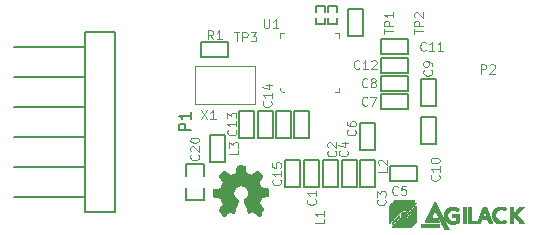
<source format=gto>
G04 #@! TF.FileFunction,Legend,Top*
%FSLAX46Y46*%
G04 Gerber Fmt 4.6, Leading zero omitted, Abs format (unit mm)*
G04 Created by KiCad (PCBNEW 4.0.2+dfsg1-stable) date jeu. 05 avril 2018 11:17:12 CEST*
%MOMM*%
G01*
G04 APERTURE LIST*
%ADD10C,0.100000*%
%ADD11C,0.127000*%
%ADD12C,0.150000*%
%ADD13C,0.101600*%
%ADD14C,0.027940*%
G04 APERTURE END LIST*
D10*
D11*
X148069300Y-110553500D02*
X148069300Y-108267500D01*
X148069300Y-108267500D02*
X149339300Y-108267500D01*
X149339300Y-108267500D02*
X149339300Y-110553500D01*
X149339300Y-110553500D02*
X148069300Y-110553500D01*
X149644100Y-110553500D02*
X149644100Y-108267500D01*
X149644100Y-108267500D02*
X150914100Y-108267500D01*
X150914100Y-108267500D02*
X150914100Y-110553500D01*
X150914100Y-110553500D02*
X149644100Y-110553500D01*
X152793700Y-110553500D02*
X152793700Y-108267500D01*
X152793700Y-108267500D02*
X154063700Y-108267500D01*
X154063700Y-108267500D02*
X154063700Y-110553500D01*
X154063700Y-110553500D02*
X152793700Y-110553500D01*
X152488900Y-108267500D02*
X152488900Y-110553500D01*
X152488900Y-110553500D02*
X151218900Y-110553500D01*
X151218900Y-110553500D02*
X151218900Y-108267500D01*
X151218900Y-108267500D02*
X152488900Y-108267500D01*
X155333700Y-108775500D02*
X157619700Y-108775500D01*
X157619700Y-108775500D02*
X157619700Y-110045500D01*
X157619700Y-110045500D02*
X155333700Y-110045500D01*
X155333700Y-110045500D02*
X155333700Y-108775500D01*
X154063700Y-105079800D02*
X154063700Y-107365800D01*
X154063700Y-107365800D02*
X152793700Y-107365800D01*
X152793700Y-107365800D02*
X152793700Y-105079800D01*
X152793700Y-105079800D02*
X154063700Y-105079800D01*
X156870400Y-103936800D02*
X154584400Y-103936800D01*
X154584400Y-103936800D02*
X154584400Y-102666800D01*
X154584400Y-102666800D02*
X156870400Y-102666800D01*
X156870400Y-102666800D02*
X156870400Y-103936800D01*
X154584400Y-101117400D02*
X156870400Y-101117400D01*
X156870400Y-101117400D02*
X156870400Y-102387400D01*
X156870400Y-102387400D02*
X154584400Y-102387400D01*
X154584400Y-102387400D02*
X154584400Y-101117400D01*
X157911800Y-103670100D02*
X157911800Y-101384100D01*
X157911800Y-101384100D02*
X159181800Y-101384100D01*
X159181800Y-101384100D02*
X159181800Y-103670100D01*
X159181800Y-103670100D02*
X157911800Y-103670100D01*
X159181800Y-104622600D02*
X159181800Y-106908600D01*
X159181800Y-106908600D02*
X157911800Y-106908600D01*
X157911800Y-106908600D02*
X157911800Y-104622600D01*
X157911800Y-104622600D02*
X159181800Y-104622600D01*
X154584400Y-98018600D02*
X156870400Y-98018600D01*
X156870400Y-98018600D02*
X156870400Y-99288600D01*
X156870400Y-99288600D02*
X154584400Y-99288600D01*
X154584400Y-99288600D02*
X154584400Y-98018600D01*
X154584400Y-99568000D02*
X156870400Y-99568000D01*
X156870400Y-99568000D02*
X156870400Y-100838000D01*
X156870400Y-100838000D02*
X154584400Y-100838000D01*
X154584400Y-100838000D02*
X154584400Y-99568000D01*
X143827500Y-104051100D02*
X143827500Y-106337100D01*
X143827500Y-106337100D02*
X142557500Y-106337100D01*
X142557500Y-106337100D02*
X142557500Y-104051100D01*
X142557500Y-104051100D02*
X143827500Y-104051100D01*
X145376900Y-104051100D02*
X145376900Y-106337100D01*
X145376900Y-106337100D02*
X144106900Y-106337100D01*
X144106900Y-106337100D02*
X144106900Y-104051100D01*
X144106900Y-104051100D02*
X145376900Y-104051100D01*
X147701000Y-108267500D02*
X147701000Y-110553500D01*
X147701000Y-110553500D02*
X146431000Y-110553500D01*
X146431000Y-110553500D02*
X146431000Y-108267500D01*
X146431000Y-108267500D02*
X147701000Y-108267500D01*
X148475700Y-104051100D02*
X148475700Y-106337100D01*
X148475700Y-106337100D02*
X147205700Y-106337100D01*
X147205700Y-106337100D02*
X147205700Y-104051100D01*
X147205700Y-104051100D02*
X148475700Y-104051100D01*
D12*
X123450000Y-98650000D02*
X129450000Y-98650000D01*
X123450000Y-101190000D02*
X129450000Y-101190000D01*
X123450000Y-103730000D02*
X129450000Y-103730000D01*
X123450000Y-106270000D02*
X129450000Y-106270000D01*
X123450000Y-108810000D02*
X129450000Y-108810000D01*
X123450000Y-111350000D02*
X129450000Y-111350000D01*
X131990000Y-112620000D02*
X131990000Y-97380000D01*
X131990000Y-97380000D02*
X129450000Y-97380000D01*
X129450000Y-97380000D02*
X129450000Y-112620000D01*
X131990000Y-112620000D02*
X129450000Y-112620000D01*
D13*
X146366400Y-102514600D02*
X146163200Y-102514600D01*
X146163200Y-102514600D02*
X145985400Y-102336800D01*
X145985400Y-102336800D02*
X145985400Y-102133600D01*
X145985400Y-97485400D02*
X145985400Y-97866400D01*
X145985400Y-97485400D02*
X146366400Y-97485400D01*
X151014600Y-97485400D02*
X150633600Y-97485400D01*
X151014600Y-97485400D02*
X151014600Y-97866400D01*
X151014600Y-102514600D02*
X151014600Y-102133600D01*
X151014600Y-102514600D02*
X150633600Y-102514600D01*
D11*
X151775000Y-97763000D02*
X151775000Y-95477000D01*
X151775000Y-95477000D02*
X153045000Y-95477000D01*
X153045000Y-95477000D02*
X153045000Y-97763000D01*
X153045000Y-97763000D02*
X151775000Y-97763000D01*
X146926300Y-104051100D02*
X146926300Y-106337100D01*
X146926300Y-106337100D02*
X145656300Y-106337100D01*
X145656300Y-106337100D02*
X145656300Y-104051100D01*
X145656300Y-104051100D02*
X146926300Y-104051100D01*
X139575700Y-110585000D02*
X139575700Y-111601000D01*
X139575700Y-111601000D02*
X138051700Y-111601000D01*
X138051700Y-111601000D02*
X138051700Y-110585000D01*
X138051700Y-109569000D02*
X138051700Y-108553000D01*
X138051700Y-108553000D02*
X139575700Y-108553000D01*
X139575700Y-108553000D02*
X139575700Y-109569000D01*
X140106400Y-108407200D02*
X140106400Y-106121200D01*
X140106400Y-106121200D02*
X141376400Y-106121200D01*
X141376400Y-106121200D02*
X141376400Y-108407200D01*
X141376400Y-108407200D02*
X140106400Y-108407200D01*
X139327000Y-98265000D02*
X141613000Y-98265000D01*
X141613000Y-98265000D02*
X141613000Y-99535000D01*
X141613000Y-99535000D02*
X139327000Y-99535000D01*
X139327000Y-99535000D02*
X139327000Y-98265000D01*
X150025100Y-96215200D02*
X150025100Y-96723200D01*
X150025100Y-96723200D02*
X150787100Y-96723200D01*
X150787100Y-96723200D02*
X150787100Y-96215200D01*
X150025100Y-95707200D02*
X150025100Y-95199200D01*
X150025100Y-95199200D02*
X150787100Y-95199200D01*
X150787100Y-95199200D02*
X150787100Y-95707200D01*
D13*
X138811000Y-100253800D02*
X143840200Y-100253800D01*
X143840200Y-100253800D02*
X143840200Y-103454200D01*
X143840200Y-103454200D02*
X138811000Y-103454200D01*
X138811000Y-103454200D02*
X138811000Y-100253800D01*
D11*
X149771100Y-95707200D02*
X149771100Y-95199200D01*
X149771100Y-95199200D02*
X149009100Y-95199200D01*
X149009100Y-95199200D02*
X149009100Y-95707200D01*
X149771100Y-96215200D02*
X149771100Y-96723200D01*
X149771100Y-96723200D02*
X149009100Y-96723200D01*
X149009100Y-96723200D02*
X149009100Y-96215200D01*
D14*
X142506700Y-108699300D02*
X142760700Y-108699300D01*
X142354300Y-108724700D02*
X142989300Y-108724700D01*
X142354300Y-108750100D02*
X142989300Y-108750100D01*
X142328900Y-108775500D02*
X143014700Y-108775500D01*
X142328900Y-108800900D02*
X143014700Y-108800900D01*
X142328900Y-108826300D02*
X143014700Y-108826300D01*
X142328900Y-108851700D02*
X143014700Y-108851700D01*
X142328900Y-108877100D02*
X143014700Y-108877100D01*
X142328900Y-108902500D02*
X143014700Y-108902500D01*
X142303500Y-108927900D02*
X143040100Y-108927900D01*
X142303500Y-108953300D02*
X143040100Y-108953300D01*
X142303500Y-108978700D02*
X143040100Y-108978700D01*
X142303500Y-109004100D02*
X143040100Y-109004100D01*
X142303500Y-109029500D02*
X143040100Y-109029500D01*
X142278100Y-109054900D02*
X143040100Y-109054900D01*
X142278100Y-109080300D02*
X143065500Y-109080300D01*
X142278100Y-109105700D02*
X143065500Y-109105700D01*
X142278100Y-109131100D02*
X143065500Y-109131100D01*
X142278100Y-109156500D02*
X143065500Y-109156500D01*
X141236700Y-109181900D02*
X141312900Y-109181900D01*
X142278100Y-109181900D02*
X143065500Y-109181900D01*
X144005300Y-109181900D02*
X144106900Y-109181900D01*
X141211300Y-109207300D02*
X141338300Y-109207300D01*
X142252700Y-109207300D02*
X143065500Y-109207300D01*
X143954500Y-109207300D02*
X144132300Y-109207300D01*
X141185900Y-109232700D02*
X141389100Y-109232700D01*
X142252700Y-109232700D02*
X143065500Y-109232700D01*
X143929100Y-109232700D02*
X144157700Y-109232700D01*
X141135100Y-109258100D02*
X141414500Y-109258100D01*
X142252700Y-109258100D02*
X143090900Y-109258100D01*
X143878300Y-109258100D02*
X144208500Y-109258100D01*
X141109700Y-109283500D02*
X141465300Y-109283500D01*
X142252700Y-109283500D02*
X143090900Y-109283500D01*
X143852900Y-109283500D02*
X144233900Y-109283500D01*
X141084300Y-109308900D02*
X141490700Y-109308900D01*
X142252700Y-109308900D02*
X143090900Y-109308900D01*
X143802100Y-109308900D02*
X144259300Y-109308900D01*
X141058900Y-109334300D02*
X141516100Y-109334300D01*
X142227300Y-109334300D02*
X143090900Y-109334300D01*
X143776700Y-109334300D02*
X144284700Y-109334300D01*
X141033500Y-109359700D02*
X141566900Y-109359700D01*
X142151100Y-109359700D02*
X143192500Y-109359700D01*
X143725900Y-109359700D02*
X144310100Y-109359700D01*
X141008100Y-109385100D02*
X141592300Y-109385100D01*
X142074900Y-109385100D02*
X143268700Y-109385100D01*
X143700500Y-109385100D02*
X144335500Y-109385100D01*
X140982700Y-109410500D02*
X141643100Y-109410500D01*
X141998700Y-109410500D02*
X143319500Y-109410500D01*
X143649700Y-109410500D02*
X144360900Y-109410500D01*
X140957300Y-109435900D02*
X141668500Y-109435900D01*
X141947900Y-109435900D02*
X143395700Y-109435900D01*
X143624300Y-109435900D02*
X144386300Y-109435900D01*
X140931900Y-109461300D02*
X141693900Y-109461300D01*
X141897100Y-109461300D02*
X143446500Y-109461300D01*
X143598900Y-109461300D02*
X144411700Y-109461300D01*
X140906500Y-109486700D02*
X141744700Y-109486700D01*
X141846300Y-109486700D02*
X143497300Y-109486700D01*
X143548100Y-109486700D02*
X144437100Y-109486700D01*
X140881100Y-109512100D02*
X141770100Y-109512100D01*
X141795500Y-109512100D02*
X144462500Y-109512100D01*
X140855700Y-109537500D02*
X144462500Y-109537500D01*
X140855700Y-109562900D02*
X144487900Y-109562900D01*
X140830300Y-109588300D02*
X144487900Y-109588300D01*
X140830300Y-109613700D02*
X144487900Y-109613700D01*
X140855700Y-109639100D02*
X144487900Y-109639100D01*
X140855700Y-109664500D02*
X144462500Y-109664500D01*
X140881100Y-109689900D02*
X144462500Y-109689900D01*
X140906500Y-109715300D02*
X144437100Y-109715300D01*
X140906500Y-109740700D02*
X144411700Y-109740700D01*
X140931900Y-109766100D02*
X144386300Y-109766100D01*
X140957300Y-109791500D02*
X144386300Y-109791500D01*
X140982700Y-109816900D02*
X144360900Y-109816900D01*
X140982700Y-109842300D02*
X144335500Y-109842300D01*
X141008100Y-109867700D02*
X144335500Y-109867700D01*
X141033500Y-109893100D02*
X144310100Y-109893100D01*
X141033500Y-109918500D02*
X144284700Y-109918500D01*
X141058900Y-109943900D02*
X144259300Y-109943900D01*
X141084300Y-109969300D02*
X144259300Y-109969300D01*
X141084300Y-109994700D02*
X144233900Y-109994700D01*
X141109700Y-110020100D02*
X144208500Y-110020100D01*
X141135100Y-110045500D02*
X144183100Y-110045500D01*
X141135100Y-110070900D02*
X144183100Y-110070900D01*
X141160500Y-110096300D02*
X144157700Y-110096300D01*
X141160500Y-110121700D02*
X144157700Y-110121700D01*
X141160500Y-110147100D02*
X144183100Y-110147100D01*
X141135100Y-110172500D02*
X144208500Y-110172500D01*
X141135100Y-110197900D02*
X144208500Y-110197900D01*
X141109700Y-110223300D02*
X144233900Y-110223300D01*
X141109700Y-110248700D02*
X144233900Y-110248700D01*
X141084300Y-110274100D02*
X144259300Y-110274100D01*
X141084300Y-110299500D02*
X144259300Y-110299500D01*
X141058900Y-110324900D02*
X144284700Y-110324900D01*
X141058900Y-110350300D02*
X144284700Y-110350300D01*
X141033500Y-110375700D02*
X144284700Y-110375700D01*
X141033500Y-110401100D02*
X142557500Y-110401100D01*
X142786100Y-110401100D02*
X144310100Y-110401100D01*
X141033500Y-110426500D02*
X142481300Y-110426500D01*
X142862300Y-110426500D02*
X144310100Y-110426500D01*
X141008100Y-110451900D02*
X142405100Y-110451900D01*
X142938500Y-110451900D02*
X144335500Y-110451900D01*
X141008100Y-110477300D02*
X142354300Y-110477300D01*
X142989300Y-110477300D02*
X144335500Y-110477300D01*
X141008100Y-110502700D02*
X142328900Y-110502700D01*
X143014700Y-110502700D02*
X144335500Y-110502700D01*
X140982700Y-110528100D02*
X142278100Y-110528100D01*
X143065500Y-110528100D02*
X144360900Y-110528100D01*
X140982700Y-110553500D02*
X142252700Y-110553500D01*
X143090900Y-110553500D02*
X144437100Y-110553500D01*
X140982700Y-110578900D02*
X142227300Y-110578900D01*
X143116300Y-110578900D02*
X144589500Y-110578900D01*
X140957300Y-110604300D02*
X142201900Y-110604300D01*
X143141700Y-110604300D02*
X144716500Y-110604300D01*
X140804900Y-110629700D02*
X142176500Y-110629700D01*
X143167100Y-110629700D02*
X144868900Y-110629700D01*
X140652500Y-110655100D02*
X142176500Y-110655100D01*
X143167100Y-110655100D02*
X144970500Y-110655100D01*
X140500100Y-110680500D02*
X142151100Y-110680500D01*
X143192500Y-110680500D02*
X144970500Y-110680500D01*
X140373100Y-110705900D02*
X142125700Y-110705900D01*
X143217900Y-110705900D02*
X144995900Y-110705900D01*
X140347700Y-110731300D02*
X142125700Y-110731300D01*
X143217900Y-110731300D02*
X144995900Y-110731300D01*
X140347700Y-110756700D02*
X142100300Y-110756700D01*
X143243300Y-110756700D02*
X144995900Y-110756700D01*
X140347700Y-110782100D02*
X142100300Y-110782100D01*
X143243300Y-110782100D02*
X144995900Y-110782100D01*
X140347700Y-110807500D02*
X142074900Y-110807500D01*
X143268700Y-110807500D02*
X144995900Y-110807500D01*
X140347700Y-110832900D02*
X142074900Y-110832900D01*
X143268700Y-110832900D02*
X144995900Y-110832900D01*
X140347700Y-110858300D02*
X142074900Y-110858300D01*
X143268700Y-110858300D02*
X144995900Y-110858300D01*
X140347700Y-110883700D02*
X142074900Y-110883700D01*
X143294100Y-110883700D02*
X144995900Y-110883700D01*
X140347700Y-110909100D02*
X142049500Y-110909100D01*
X143294100Y-110909100D02*
X144995900Y-110909100D01*
X140347700Y-110934500D02*
X142049500Y-110934500D01*
X143294100Y-110934500D02*
X145021300Y-110934500D01*
X140322300Y-110959900D02*
X142049500Y-110959900D01*
X143294100Y-110959900D02*
X145021300Y-110959900D01*
X140322300Y-110985300D02*
X142049500Y-110985300D01*
X143294100Y-110985300D02*
X145021300Y-110985300D01*
X140322300Y-111010700D02*
X142049500Y-111010700D01*
X143294100Y-111010700D02*
X145021300Y-111010700D01*
X140322300Y-111036100D02*
X142049500Y-111036100D01*
X143294100Y-111036100D02*
X145021300Y-111036100D01*
X140322300Y-111061500D02*
X142049500Y-111061500D01*
X143294100Y-111061500D02*
X145021300Y-111061500D01*
X140322300Y-111086900D02*
X142049500Y-111086900D01*
X143294100Y-111086900D02*
X145021300Y-111086900D01*
X140322300Y-111112300D02*
X142049500Y-111112300D01*
X143294100Y-111112300D02*
X145021300Y-111112300D01*
X140322300Y-111137700D02*
X142049500Y-111137700D01*
X143294100Y-111137700D02*
X145021300Y-111137700D01*
X140322300Y-111163100D02*
X142074900Y-111163100D01*
X143294100Y-111163100D02*
X145021300Y-111163100D01*
X140347700Y-111188500D02*
X142074900Y-111188500D01*
X143268700Y-111188500D02*
X145021300Y-111188500D01*
X140347700Y-111213900D02*
X142074900Y-111213900D01*
X143268700Y-111213900D02*
X144995900Y-111213900D01*
X140347700Y-111239300D02*
X142100300Y-111239300D01*
X143268700Y-111239300D02*
X144995900Y-111239300D01*
X140347700Y-111264700D02*
X142100300Y-111264700D01*
X143243300Y-111264700D02*
X144995900Y-111264700D01*
X140347700Y-111290100D02*
X142100300Y-111290100D01*
X143243300Y-111290100D02*
X144970500Y-111290100D01*
X140347700Y-111315500D02*
X142125700Y-111315500D01*
X143217900Y-111315500D02*
X144818100Y-111315500D01*
X140449300Y-111340900D02*
X142151100Y-111340900D01*
X143217900Y-111340900D02*
X144665700Y-111340900D01*
X140576300Y-111366300D02*
X142151100Y-111366300D01*
X143192500Y-111366300D02*
X144487900Y-111366300D01*
X140728700Y-111391700D02*
X142176500Y-111391700D01*
X143167100Y-111391700D02*
X144386300Y-111391700D01*
X140855700Y-111417100D02*
X142201900Y-111417100D01*
X143141700Y-111417100D02*
X144386300Y-111417100D01*
X140957300Y-111442500D02*
X142227300Y-111442500D01*
X143141700Y-111442500D02*
X144386300Y-111442500D01*
X140982700Y-111467900D02*
X142227300Y-111467900D01*
X143116300Y-111467900D02*
X144360900Y-111467900D01*
X140982700Y-111493300D02*
X142278100Y-111493300D01*
X143065500Y-111493300D02*
X144360900Y-111493300D01*
X140982700Y-111518700D02*
X142303500Y-111518700D01*
X143040100Y-111518700D02*
X144360900Y-111518700D01*
X140982700Y-111544100D02*
X142328900Y-111544100D01*
X143014700Y-111544100D02*
X144360900Y-111544100D01*
X141008100Y-111569500D02*
X142379700Y-111569500D01*
X142963900Y-111569500D02*
X144335500Y-111569500D01*
X141008100Y-111594900D02*
X142430500Y-111594900D01*
X142913100Y-111594900D02*
X144335500Y-111594900D01*
X141008100Y-111620300D02*
X142455900Y-111620300D01*
X142913100Y-111620300D02*
X144335500Y-111620300D01*
X141033500Y-111645700D02*
X142455900Y-111645700D01*
X142913100Y-111645700D02*
X144310100Y-111645700D01*
X141033500Y-111671100D02*
X142455900Y-111671100D01*
X142913100Y-111671100D02*
X144310100Y-111671100D01*
X141033500Y-111696500D02*
X142430500Y-111696500D01*
X142938500Y-111696500D02*
X144284700Y-111696500D01*
X141058900Y-111721900D02*
X142430500Y-111721900D01*
X142938500Y-111721900D02*
X144284700Y-111721900D01*
X141058900Y-111747300D02*
X142430500Y-111747300D01*
X142938500Y-111747300D02*
X144284700Y-111747300D01*
X141084300Y-111772700D02*
X142405100Y-111772700D01*
X142963900Y-111772700D02*
X144259300Y-111772700D01*
X141084300Y-111798100D02*
X142405100Y-111798100D01*
X142963900Y-111798100D02*
X144259300Y-111798100D01*
X141109700Y-111823500D02*
X142379700Y-111823500D01*
X142989300Y-111823500D02*
X144233900Y-111823500D01*
X141109700Y-111848900D02*
X142379700Y-111848900D01*
X142989300Y-111848900D02*
X144233900Y-111848900D01*
X141135100Y-111874300D02*
X142379700Y-111874300D01*
X142989300Y-111874300D02*
X144208500Y-111874300D01*
X141135100Y-111899700D02*
X142354300Y-111899700D01*
X143014700Y-111899700D02*
X144233900Y-111899700D01*
X141160500Y-111925100D02*
X142354300Y-111925100D01*
X143014700Y-111925100D02*
X144233900Y-111925100D01*
X141160500Y-111950500D02*
X142354300Y-111950500D01*
X143040100Y-111950500D02*
X144259300Y-111950500D01*
X141160500Y-111975900D02*
X142328900Y-111975900D01*
X143040100Y-111975900D02*
X144284700Y-111975900D01*
X141160500Y-112001300D02*
X142328900Y-112001300D01*
X143040100Y-112001300D02*
X144310100Y-112001300D01*
X141135100Y-112026700D02*
X142328900Y-112026700D01*
X143065500Y-112026700D02*
X144310100Y-112026700D01*
X141109700Y-112052100D02*
X142303500Y-112052100D01*
X143065500Y-112052100D02*
X144335500Y-112052100D01*
X141084300Y-112077500D02*
X142303500Y-112077500D01*
X143065500Y-112077500D02*
X144360900Y-112077500D01*
X141084300Y-112102900D02*
X142303500Y-112102900D01*
X143090900Y-112102900D02*
X144360900Y-112102900D01*
X141058900Y-112128300D02*
X142278100Y-112128300D01*
X143090900Y-112128300D02*
X144386300Y-112128300D01*
X141033500Y-112153700D02*
X142278100Y-112153700D01*
X143116300Y-112153700D02*
X144411700Y-112153700D01*
X141008100Y-112179100D02*
X142278100Y-112179100D01*
X143116300Y-112179100D02*
X144411700Y-112179100D01*
X141008100Y-112204500D02*
X142252700Y-112204500D01*
X143116300Y-112204500D02*
X144437100Y-112204500D01*
X140982700Y-112229900D02*
X142252700Y-112229900D01*
X143141700Y-112229900D02*
X144462500Y-112229900D01*
X140957300Y-112255300D02*
X142227300Y-112255300D01*
X143141700Y-112255300D02*
X144462500Y-112255300D01*
X140957300Y-112280700D02*
X142227300Y-112280700D01*
X143167100Y-112280700D02*
X144487900Y-112280700D01*
X140931900Y-112306100D02*
X142227300Y-112306100D01*
X143167100Y-112306100D02*
X144513300Y-112306100D01*
X140906500Y-112331500D02*
X142201900Y-112331500D01*
X143167100Y-112331500D02*
X144538700Y-112331500D01*
X140881100Y-112356900D02*
X142201900Y-112356900D01*
X143192500Y-112356900D02*
X144538700Y-112356900D01*
X140881100Y-112382300D02*
X142201900Y-112382300D01*
X143192500Y-112382300D02*
X144564100Y-112382300D01*
X140855700Y-112407700D02*
X142176500Y-112407700D01*
X143217900Y-112407700D02*
X144564100Y-112407700D01*
X140830300Y-112433100D02*
X142176500Y-112433100D01*
X143217900Y-112433100D02*
X144564100Y-112433100D01*
X140830300Y-112458500D02*
X142176500Y-112458500D01*
X143217900Y-112458500D02*
X144538700Y-112458500D01*
X140830300Y-112483900D02*
X142151100Y-112483900D01*
X143243300Y-112483900D02*
X144513300Y-112483900D01*
X140830300Y-112509300D02*
X142151100Y-112509300D01*
X143243300Y-112509300D02*
X144487900Y-112509300D01*
X140855700Y-112534700D02*
X142151100Y-112534700D01*
X143243300Y-112534700D02*
X144462500Y-112534700D01*
X140881100Y-112560100D02*
X142125700Y-112560100D01*
X143268700Y-112560100D02*
X144462500Y-112560100D01*
X140906500Y-112585500D02*
X142125700Y-112585500D01*
X143268700Y-112585500D02*
X143624300Y-112585500D01*
X143675100Y-112585500D02*
X144437100Y-112585500D01*
X140931900Y-112610900D02*
X142125700Y-112610900D01*
X143294100Y-112610900D02*
X143548100Y-112610900D01*
X143751300Y-112610900D02*
X144411700Y-112610900D01*
X140957300Y-112636300D02*
X141719300Y-112636300D01*
X141846300Y-112636300D02*
X142100300Y-112636300D01*
X143294100Y-112636300D02*
X143497300Y-112636300D01*
X143776700Y-112636300D02*
X144386300Y-112636300D01*
X140982700Y-112661700D02*
X141668500Y-112661700D01*
X141922500Y-112661700D02*
X142100300Y-112661700D01*
X143294100Y-112661700D02*
X143446500Y-112661700D01*
X143802100Y-112661700D02*
X144360900Y-112661700D01*
X141008100Y-112687100D02*
X141617700Y-112687100D01*
X141973300Y-112687100D02*
X142074900Y-112687100D01*
X143319500Y-112687100D02*
X143395700Y-112687100D01*
X143827500Y-112687100D02*
X144386300Y-112687100D01*
X141033500Y-112712500D02*
X141592300Y-112712500D01*
X142024100Y-112712500D02*
X142074900Y-112712500D01*
X143319500Y-112712500D02*
X143344900Y-112712500D01*
X143827500Y-112712500D02*
X144386300Y-112712500D01*
X141058900Y-112737900D02*
X141541500Y-112737900D01*
X143878300Y-112737900D02*
X144386300Y-112737900D01*
X141084300Y-112763300D02*
X141516100Y-112763300D01*
X143903700Y-112763300D02*
X144386300Y-112763300D01*
X141084300Y-112788700D02*
X141465300Y-112788700D01*
X143929100Y-112788700D02*
X144386300Y-112788700D01*
X141084300Y-112814100D02*
X141439900Y-112814100D01*
X143979900Y-112814100D02*
X144386300Y-112814100D01*
X141084300Y-112839500D02*
X141414500Y-112839500D01*
X144030700Y-112839500D02*
X144360900Y-112839500D01*
X141109700Y-112864900D02*
X141389100Y-112864900D01*
X144081500Y-112864900D02*
X144360900Y-112864900D01*
X141109700Y-112890300D02*
X141363700Y-112890300D01*
X144106900Y-112890300D02*
X144335500Y-112890300D01*
X141135100Y-112915700D02*
X141363700Y-112915700D01*
X144132300Y-112915700D02*
X144335500Y-112915700D01*
X141160500Y-112941100D02*
X141338300Y-112941100D01*
X144157700Y-112941100D02*
X144310100Y-112941100D01*
X141185900Y-112966500D02*
X141338300Y-112966500D01*
X144183100Y-112966500D02*
X144284700Y-112966500D01*
X141211300Y-112991900D02*
X141312900Y-112991900D01*
X144208500Y-112991900D02*
X144259300Y-112991900D01*
X141236700Y-113017300D02*
X141312900Y-113017300D01*
X155706440Y-111634920D02*
X157357440Y-111634920D01*
X155681040Y-111660320D02*
X157357440Y-111660320D01*
X155655640Y-111685720D02*
X157357440Y-111685720D01*
X155630240Y-111711120D02*
X157357440Y-111711120D01*
X155604840Y-111736520D02*
X157357440Y-111736520D01*
X155579440Y-111761920D02*
X157357440Y-111761920D01*
X155554040Y-111787320D02*
X157357440Y-111787320D01*
X159084640Y-111787320D02*
X159110040Y-111787320D01*
X155528640Y-111812720D02*
X155833440Y-111812720D01*
X159059240Y-111812720D02*
X159135440Y-111812720D01*
X155503240Y-111838120D02*
X155808040Y-111838120D01*
X159059240Y-111838120D02*
X159135440Y-111838120D01*
X155477840Y-111863520D02*
X155782640Y-111863520D01*
X159033840Y-111863520D02*
X159160840Y-111863520D01*
X155452440Y-111888920D02*
X155757240Y-111888920D01*
X155833440Y-111888920D02*
X157509840Y-111888920D01*
X159033840Y-111888920D02*
X159160840Y-111888920D01*
X155427040Y-111914320D02*
X155731840Y-111914320D01*
X155808040Y-111914320D02*
X157509840Y-111914320D01*
X159008440Y-111914320D02*
X159186240Y-111914320D01*
X155401640Y-111939720D02*
X155706440Y-111939720D01*
X155782640Y-111939720D02*
X157459040Y-111939720D01*
X159008440Y-111939720D02*
X159186240Y-111939720D01*
X155376240Y-111965120D02*
X155681040Y-111965120D01*
X155757240Y-111965120D02*
X157433640Y-111965120D01*
X158983040Y-111965120D02*
X159211640Y-111965120D01*
X155350840Y-111990520D02*
X155655640Y-111990520D01*
X155731840Y-111990520D02*
X157408240Y-111990520D01*
X158983040Y-111990520D02*
X159211640Y-111990520D01*
X155325440Y-112015920D02*
X155630240Y-112015920D01*
X155706440Y-112015920D02*
X157382840Y-112015920D01*
X158957640Y-112015920D02*
X159237040Y-112015920D01*
X155300040Y-112041320D02*
X155604840Y-112041320D01*
X155681040Y-112041320D02*
X157357440Y-112041320D01*
X158957640Y-112041320D02*
X159237040Y-112041320D01*
X155274640Y-112066720D02*
X155579440Y-112066720D01*
X155655640Y-112066720D02*
X157332040Y-112066720D01*
X158932240Y-112066720D02*
X159262440Y-112066720D01*
X155249240Y-112092120D02*
X155554040Y-112092120D01*
X155630240Y-112092120D02*
X157306640Y-112092120D01*
X158932240Y-112092120D02*
X159262440Y-112092120D01*
X155223840Y-112117520D02*
X155528640Y-112117520D01*
X155604840Y-112117520D02*
X157281240Y-112117520D01*
X157433640Y-112117520D02*
X157509840Y-112117520D01*
X158906840Y-112117520D02*
X159287840Y-112117520D01*
X155198440Y-112142920D02*
X155503240Y-112142920D01*
X155579440Y-112142920D02*
X157255840Y-112142920D01*
X157433640Y-112142920D02*
X157509840Y-112142920D01*
X158906840Y-112142920D02*
X159287840Y-112142920D01*
X155198440Y-112168320D02*
X155480000Y-112168320D01*
X155554040Y-112168320D02*
X157230440Y-112168320D01*
X157382840Y-112168320D02*
X157509840Y-112168320D01*
X158881440Y-112168320D02*
X159313240Y-112168320D01*
X155198440Y-112193720D02*
X155450000Y-112193720D01*
X155528640Y-112193720D02*
X157205040Y-112193720D01*
X157357440Y-112193720D02*
X157509840Y-112193720D01*
X158881440Y-112193720D02*
X159313240Y-112193720D01*
X161472240Y-112193720D02*
X161726240Y-112193720D01*
X161904040Y-112193720D02*
X162158040Y-112193720D01*
X163174040Y-112193720D02*
X163453440Y-112193720D01*
X164469440Y-112193720D02*
X164926640Y-112193720D01*
X165485440Y-112193720D02*
X165739440Y-112193720D01*
X166272840Y-112193720D02*
X166628440Y-112193720D01*
X155198440Y-112219120D02*
X155427040Y-112219120D01*
X155503240Y-112219120D02*
X157179640Y-112219120D01*
X157332040Y-112219120D02*
X157509840Y-112219120D01*
X158856040Y-112219120D02*
X159338640Y-112219120D01*
X160405440Y-112219120D02*
X160837240Y-112219120D01*
X161472240Y-112219120D02*
X161726240Y-112219120D01*
X161904040Y-112219120D02*
X162158040Y-112219120D01*
X163148640Y-112219120D02*
X163453440Y-112219120D01*
X164393240Y-112219120D02*
X165028240Y-112219120D01*
X165485440Y-112219120D02*
X165739440Y-112219120D01*
X166247440Y-112219120D02*
X166603040Y-112219120D01*
X155198440Y-112244520D02*
X155410000Y-112244520D01*
X155477840Y-112244520D02*
X157154240Y-112244520D01*
X157306640Y-112244520D02*
X157509840Y-112244520D01*
X158856040Y-112244520D02*
X159338640Y-112244520D01*
X160303840Y-112244520D02*
X160913440Y-112244520D01*
X161472240Y-112244520D02*
X161726240Y-112244520D01*
X161904040Y-112244520D02*
X162158040Y-112244520D01*
X163148640Y-112244520D02*
X163478840Y-112244520D01*
X164342440Y-112244520D02*
X165079040Y-112244520D01*
X165485440Y-112244520D02*
X165739440Y-112244520D01*
X166222040Y-112244520D02*
X166577640Y-112244520D01*
X155198440Y-112269920D02*
X155390000Y-112269920D01*
X155452440Y-112269920D02*
X157128840Y-112269920D01*
X157281240Y-112269920D02*
X157509840Y-112269920D01*
X158830640Y-112269920D02*
X159364040Y-112269920D01*
X160253040Y-112269920D02*
X160989640Y-112269920D01*
X161472240Y-112269920D02*
X161726240Y-112269920D01*
X161904040Y-112269920D02*
X162158040Y-112269920D01*
X163148640Y-112269920D02*
X163478840Y-112269920D01*
X164291640Y-112269920D02*
X165129840Y-112269920D01*
X165485440Y-112269920D02*
X165739440Y-112269920D01*
X166196640Y-112269920D02*
X166552240Y-112269920D01*
X155198440Y-112295320D02*
X155376240Y-112295320D01*
X155452440Y-112295320D02*
X157103440Y-112295320D01*
X157255840Y-112295320D02*
X157459040Y-112295320D01*
X158830640Y-112295320D02*
X159364040Y-112295320D01*
X160202240Y-112295320D02*
X161040440Y-112295320D01*
X161472240Y-112295320D02*
X161726240Y-112295320D01*
X161904040Y-112295320D02*
X162158040Y-112295320D01*
X163123240Y-112295320D02*
X163478840Y-112295320D01*
X164240840Y-112295320D02*
X165129840Y-112295320D01*
X165485440Y-112295320D02*
X165739440Y-112295320D01*
X166171240Y-112295320D02*
X166526840Y-112295320D01*
X155198440Y-112320720D02*
X155376240Y-112320720D01*
X155452440Y-112320720D02*
X157078040Y-112320720D01*
X157230440Y-112320720D02*
X157433640Y-112320720D01*
X158805240Y-112320720D02*
X159389440Y-112320720D01*
X160176840Y-112320720D02*
X161091240Y-112320720D01*
X161472240Y-112320720D02*
X161726240Y-112320720D01*
X161904040Y-112320720D02*
X162158040Y-112320720D01*
X163123240Y-112320720D02*
X163504240Y-112320720D01*
X164215440Y-112320720D02*
X165129840Y-112320720D01*
X165485440Y-112320720D02*
X165739440Y-112320720D01*
X166145840Y-112320720D02*
X166501440Y-112320720D01*
X155198440Y-112346120D02*
X155376240Y-112346120D01*
X155452440Y-112346120D02*
X157052640Y-112346120D01*
X157205040Y-112346120D02*
X157408240Y-112346120D01*
X158805240Y-112346120D02*
X159389440Y-112346120D01*
X160126040Y-112346120D02*
X161116640Y-112346120D01*
X161472240Y-112346120D02*
X161726240Y-112346120D01*
X161904040Y-112346120D02*
X162158040Y-112346120D01*
X163123240Y-112346120D02*
X163504240Y-112346120D01*
X164164640Y-112346120D02*
X165104440Y-112346120D01*
X165485440Y-112346120D02*
X165739440Y-112346120D01*
X166120440Y-112346120D02*
X166476040Y-112346120D01*
X155198440Y-112371520D02*
X155376240Y-112371520D01*
X155452440Y-112371520D02*
X157027240Y-112371520D01*
X157179640Y-112371520D02*
X157382840Y-112371520D01*
X158779840Y-112371520D02*
X159414840Y-112371520D01*
X160100640Y-112371520D02*
X161116640Y-112371520D01*
X161472240Y-112371520D02*
X161726240Y-112371520D01*
X161904040Y-112371520D02*
X162158040Y-112371520D01*
X163097840Y-112371520D02*
X163529640Y-112371520D01*
X164139240Y-112371520D02*
X165104440Y-112371520D01*
X165485440Y-112371520D02*
X165739440Y-112371520D01*
X166120440Y-112371520D02*
X166450640Y-112371520D01*
X155198440Y-112396920D02*
X155376240Y-112396920D01*
X155452440Y-112396920D02*
X157001840Y-112396920D01*
X157154240Y-112396920D02*
X157357440Y-112396920D01*
X158779840Y-112396920D02*
X159414840Y-112396920D01*
X160075240Y-112396920D02*
X161116640Y-112396920D01*
X161472240Y-112396920D02*
X161726240Y-112396920D01*
X161904040Y-112396920D02*
X162158040Y-112396920D01*
X163097840Y-112396920D02*
X163529640Y-112396920D01*
X164113840Y-112396920D02*
X165079040Y-112396920D01*
X165485440Y-112396920D02*
X165739440Y-112396920D01*
X166095040Y-112396920D02*
X166425240Y-112396920D01*
X155198440Y-112422320D02*
X155376240Y-112422320D01*
X155452440Y-112422320D02*
X156976440Y-112422320D01*
X157128840Y-112422320D02*
X157332040Y-112422320D01*
X157459040Y-112422320D02*
X157509840Y-112422320D01*
X158754440Y-112422320D02*
X159440240Y-112422320D01*
X160049840Y-112422320D02*
X161091240Y-112422320D01*
X161472240Y-112422320D02*
X161726240Y-112422320D01*
X161904040Y-112422320D02*
X162158040Y-112422320D01*
X163097840Y-112422320D02*
X163529640Y-112422320D01*
X164113840Y-112422320D02*
X165079040Y-112422320D01*
X165485440Y-112422320D02*
X165739440Y-112422320D01*
X166069640Y-112422320D02*
X166399840Y-112422320D01*
X155198440Y-112447720D02*
X155376240Y-112447720D01*
X155452440Y-112447720D02*
X156951040Y-112447720D01*
X157103440Y-112447720D02*
X157306640Y-112447720D01*
X157433640Y-112447720D02*
X157509840Y-112447720D01*
X158754440Y-112447720D02*
X159440240Y-112447720D01*
X160024440Y-112447720D02*
X161065840Y-112447720D01*
X161472240Y-112447720D02*
X161726240Y-112447720D01*
X161904040Y-112447720D02*
X162158040Y-112447720D01*
X163072440Y-112447720D02*
X163555040Y-112447720D01*
X164088440Y-112447720D02*
X164545640Y-112447720D01*
X164901240Y-112447720D02*
X165079040Y-112447720D01*
X165485440Y-112447720D02*
X165739440Y-112447720D01*
X166044240Y-112447720D02*
X166374440Y-112447720D01*
X155198440Y-112473120D02*
X155376240Y-112473120D01*
X155452440Y-112473120D02*
X156925640Y-112473120D01*
X157078040Y-112473120D02*
X157281240Y-112473120D01*
X157408240Y-112473120D02*
X157509840Y-112473120D01*
X158729040Y-112473120D02*
X159084640Y-112473120D01*
X159110040Y-112473120D02*
X159465640Y-112473120D01*
X160024440Y-112473120D02*
X160481640Y-112473120D01*
X160786440Y-112473120D02*
X161065840Y-112473120D01*
X161472240Y-112473120D02*
X161726240Y-112473120D01*
X161904040Y-112473120D02*
X162158040Y-112473120D01*
X163072440Y-112473120D02*
X163555040Y-112473120D01*
X164063040Y-112473120D02*
X164494840Y-112473120D01*
X164977440Y-112473120D02*
X165053640Y-112473120D01*
X165485440Y-112473120D02*
X165739440Y-112473120D01*
X166018840Y-112473120D02*
X166349040Y-112473120D01*
X155198440Y-112498520D02*
X155376240Y-112498520D01*
X155452440Y-112498520D02*
X156366840Y-112498520D01*
X156570040Y-112498520D02*
X156900240Y-112498520D01*
X157052640Y-112498520D02*
X157255840Y-112498520D01*
X157382840Y-112498520D02*
X157509840Y-112498520D01*
X158729040Y-112498520D02*
X159084640Y-112498520D01*
X159110040Y-112498520D02*
X159465640Y-112498520D01*
X159999040Y-112498520D02*
X160405440Y-112498520D01*
X160888040Y-112498520D02*
X161040440Y-112498520D01*
X161472240Y-112498520D02*
X161726240Y-112498520D01*
X161904040Y-112498520D02*
X162158040Y-112498520D01*
X163047040Y-112498520D02*
X163555040Y-112498520D01*
X164037640Y-112498520D02*
X164444040Y-112498520D01*
X165485440Y-112498520D02*
X165739440Y-112498520D01*
X165993440Y-112498520D02*
X166349040Y-112498520D01*
X155198440Y-112523920D02*
X155376240Y-112523920D01*
X155452440Y-112523920D02*
X156290640Y-112523920D01*
X156646240Y-112523920D02*
X156874840Y-112523920D01*
X157027240Y-112523920D02*
X157230440Y-112523920D01*
X157357440Y-112523920D02*
X157509840Y-112523920D01*
X158703640Y-112523920D02*
X159059240Y-112523920D01*
X159135440Y-112523920D02*
X159491040Y-112523920D01*
X159973640Y-112523920D02*
X160380040Y-112523920D01*
X160938840Y-112523920D02*
X161040440Y-112523920D01*
X161472240Y-112523920D02*
X161726240Y-112523920D01*
X161904040Y-112523920D02*
X162158040Y-112523920D01*
X163047040Y-112523920D02*
X163580440Y-112523920D01*
X164037640Y-112523920D02*
X164393240Y-112523920D01*
X165485440Y-112523920D02*
X165739440Y-112523920D01*
X165968040Y-112523920D02*
X166323640Y-112523920D01*
X155198440Y-112549320D02*
X155376240Y-112549320D01*
X155452440Y-112549320D02*
X156265240Y-112549320D01*
X156697040Y-112549320D02*
X156849440Y-112549320D01*
X157001840Y-112549320D02*
X157205040Y-112549320D01*
X157332040Y-112549320D02*
X157509840Y-112549320D01*
X158703640Y-112549320D02*
X159059240Y-112549320D01*
X159135440Y-112549320D02*
X159491040Y-112549320D01*
X159973640Y-112549320D02*
X160329240Y-112549320D01*
X160989640Y-112549320D02*
X161015040Y-112549320D01*
X161472240Y-112549320D02*
X161726240Y-112549320D01*
X161904040Y-112549320D02*
X162158040Y-112549320D01*
X163047040Y-112549320D02*
X163301040Y-112549320D01*
X163326440Y-112549320D02*
X163580440Y-112549320D01*
X164012240Y-112549320D02*
X164367840Y-112549320D01*
X165485440Y-112549320D02*
X165739440Y-112549320D01*
X165942640Y-112549320D02*
X166298240Y-112549320D01*
X155198440Y-112574720D02*
X155376240Y-112574720D01*
X155452440Y-112574720D02*
X156214440Y-112574720D01*
X156722440Y-112574720D02*
X156824040Y-112574720D01*
X156976440Y-112574720D02*
X157179640Y-112574720D01*
X157306640Y-112574720D02*
X157509840Y-112574720D01*
X158678240Y-112574720D02*
X159033840Y-112574720D01*
X159160840Y-112574720D02*
X159516440Y-112574720D01*
X159948240Y-112574720D02*
X160303840Y-112574720D01*
X161472240Y-112574720D02*
X161726240Y-112574720D01*
X161904040Y-112574720D02*
X162158040Y-112574720D01*
X163021640Y-112574720D02*
X163275640Y-112574720D01*
X163326440Y-112574720D02*
X163605840Y-112574720D01*
X164012240Y-112574720D02*
X164342440Y-112574720D01*
X165485440Y-112574720D02*
X165739440Y-112574720D01*
X165942640Y-112574720D02*
X166272840Y-112574720D01*
X155198440Y-112600120D02*
X155376240Y-112600120D01*
X155452440Y-112600120D02*
X156189040Y-112600120D01*
X156747840Y-112600120D02*
X156798640Y-112600120D01*
X156951040Y-112600120D02*
X157154240Y-112600120D01*
X157281240Y-112600120D02*
X157509840Y-112600120D01*
X158678240Y-112600120D02*
X159033840Y-112600120D01*
X159160840Y-112600120D02*
X159516440Y-112600120D01*
X159948240Y-112600120D02*
X160278440Y-112600120D01*
X161472240Y-112600120D02*
X161726240Y-112600120D01*
X161904040Y-112600120D02*
X162158040Y-112600120D01*
X163021640Y-112600120D02*
X163275640Y-112600120D01*
X163326440Y-112600120D02*
X163605840Y-112600120D01*
X163986840Y-112600120D02*
X164317040Y-112600120D01*
X165485440Y-112600120D02*
X165739440Y-112600120D01*
X165917240Y-112600120D02*
X166247440Y-112600120D01*
X155198440Y-112625520D02*
X155376240Y-112625520D01*
X155452440Y-112625520D02*
X156163640Y-112625520D01*
X156392240Y-112625520D02*
X156570040Y-112625520D01*
X156773240Y-112625520D02*
X156798640Y-112625520D01*
X156925640Y-112625520D02*
X157128840Y-112625520D01*
X157255840Y-112625520D02*
X157509840Y-112625520D01*
X158652840Y-112625520D02*
X159033840Y-112625520D01*
X159186240Y-112625520D02*
X159541840Y-112625520D01*
X159922840Y-112625520D02*
X160253040Y-112625520D01*
X161472240Y-112625520D02*
X161726240Y-112625520D01*
X161904040Y-112625520D02*
X162158040Y-112625520D01*
X163021640Y-112625520D02*
X163275640Y-112625520D01*
X163351840Y-112625520D02*
X163605840Y-112625520D01*
X163986840Y-112625520D02*
X164317040Y-112625520D01*
X165485440Y-112625520D02*
X165739440Y-112625520D01*
X165891840Y-112625520D02*
X166222040Y-112625520D01*
X155198440Y-112650920D02*
X155376240Y-112650920D01*
X155452440Y-112650920D02*
X156138240Y-112650920D01*
X156341440Y-112650920D02*
X156620840Y-112650920D01*
X156900240Y-112650920D02*
X157103440Y-112650920D01*
X157230440Y-112650920D02*
X157509840Y-112650920D01*
X158652840Y-112650920D02*
X159008440Y-112650920D01*
X159186240Y-112650920D02*
X159541840Y-112650920D01*
X159922840Y-112650920D02*
X160227640Y-112650920D01*
X161472240Y-112650920D02*
X161726240Y-112650920D01*
X161904040Y-112650920D02*
X162158040Y-112650920D01*
X162996240Y-112650920D02*
X163250240Y-112650920D01*
X163351840Y-112650920D02*
X163631240Y-112650920D01*
X163986840Y-112650920D02*
X164291640Y-112650920D01*
X165485440Y-112650920D02*
X165739440Y-112650920D01*
X165866440Y-112650920D02*
X166196640Y-112650920D01*
X155198440Y-112676320D02*
X155376240Y-112676320D01*
X155452440Y-112676320D02*
X156112840Y-112676320D01*
X156316040Y-112676320D02*
X156646240Y-112676320D01*
X156874840Y-112676320D02*
X157078040Y-112676320D01*
X157205040Y-112676320D02*
X157509840Y-112676320D01*
X158627440Y-112676320D02*
X159008440Y-112676320D01*
X159211640Y-112676320D02*
X159567240Y-112676320D01*
X159922840Y-112676320D02*
X160227640Y-112676320D01*
X161472240Y-112676320D02*
X161726240Y-112676320D01*
X161904040Y-112676320D02*
X162158040Y-112676320D01*
X162996240Y-112676320D02*
X163250240Y-112676320D01*
X163351840Y-112676320D02*
X163631240Y-112676320D01*
X163986840Y-112676320D02*
X164291640Y-112676320D01*
X165485440Y-112676320D02*
X165739440Y-112676320D01*
X165841040Y-112676320D02*
X166171240Y-112676320D01*
X155198440Y-112701720D02*
X155376240Y-112701720D01*
X155452440Y-112701720D02*
X156087440Y-112701720D01*
X156290640Y-112701720D02*
X156671640Y-112701720D01*
X156874840Y-112701720D02*
X157052640Y-112701720D01*
X157179640Y-112701720D02*
X157509840Y-112701720D01*
X158627440Y-112701720D02*
X158983040Y-112701720D01*
X159211640Y-112701720D02*
X159592640Y-112701720D01*
X159922840Y-112701720D02*
X160202240Y-112701720D01*
X161472240Y-112701720D02*
X161726240Y-112701720D01*
X161904040Y-112701720D02*
X162158040Y-112701720D01*
X162970840Y-112701720D02*
X163250240Y-112701720D01*
X163377240Y-112701720D02*
X163631240Y-112701720D01*
X163961440Y-112701720D02*
X164266240Y-112701720D01*
X165485440Y-112701720D02*
X165739440Y-112701720D01*
X165815640Y-112701720D02*
X166145840Y-112701720D01*
X155198440Y-112727120D02*
X155376240Y-112727120D01*
X155452440Y-112727120D02*
X156062040Y-112727120D01*
X156265240Y-112727120D02*
X156697040Y-112727120D01*
X156874840Y-112727120D02*
X157027240Y-112727120D01*
X157154240Y-112727120D02*
X157509840Y-112727120D01*
X158602040Y-112727120D02*
X158983040Y-112727120D01*
X159237040Y-112727120D02*
X159592640Y-112727120D01*
X159897440Y-112727120D02*
X160202240Y-112727120D01*
X161472240Y-112727120D02*
X161726240Y-112727120D01*
X161904040Y-112727120D02*
X162158040Y-112727120D01*
X162970840Y-112727120D02*
X163224840Y-112727120D01*
X163377240Y-112727120D02*
X163656640Y-112727120D01*
X163961440Y-112727120D02*
X164266240Y-112727120D01*
X165485440Y-112727120D02*
X165739440Y-112727120D01*
X165790240Y-112727120D02*
X166120440Y-112727120D01*
X155198440Y-112752520D02*
X155376240Y-112752520D01*
X155452440Y-112752520D02*
X156036640Y-112752520D01*
X156265240Y-112752520D02*
X156697040Y-112752520D01*
X156874840Y-112752520D02*
X156976440Y-112752520D01*
X157128840Y-112752520D02*
X157509840Y-112752520D01*
X158602040Y-112752520D02*
X158957640Y-112752520D01*
X159237040Y-112752520D02*
X159618040Y-112752520D01*
X159897440Y-112752520D02*
X160202240Y-112752520D01*
X161472240Y-112752520D02*
X161726240Y-112752520D01*
X161904040Y-112752520D02*
X162158040Y-112752520D01*
X162970840Y-112752520D02*
X163224840Y-112752520D01*
X163377240Y-112752520D02*
X163656640Y-112752520D01*
X163961440Y-112752520D02*
X164240840Y-112752520D01*
X165485440Y-112752520D02*
X165739440Y-112752520D01*
X165764840Y-112752520D02*
X166095040Y-112752520D01*
X155198440Y-112777920D02*
X155376240Y-112777920D01*
X155452440Y-112777920D02*
X156011240Y-112777920D01*
X156239840Y-112777920D02*
X156697040Y-112777920D01*
X156874840Y-112777920D02*
X156951040Y-112777920D01*
X157103440Y-112777920D02*
X157509840Y-112777920D01*
X158576640Y-112777920D02*
X158957640Y-112777920D01*
X159262440Y-112777920D02*
X159618040Y-112777920D01*
X159897440Y-112777920D02*
X160176840Y-112777920D01*
X161472240Y-112777920D02*
X161726240Y-112777920D01*
X161904040Y-112777920D02*
X162158040Y-112777920D01*
X162945440Y-112777920D02*
X163224840Y-112777920D01*
X163402640Y-112777920D02*
X163656640Y-112777920D01*
X163961440Y-112777920D02*
X164240840Y-112777920D01*
X165485440Y-112777920D02*
X165739440Y-112777920D01*
X165764840Y-112777920D02*
X166069640Y-112777920D01*
X155198440Y-112803320D02*
X155376240Y-112803320D01*
X155452440Y-112803320D02*
X155985840Y-112803320D01*
X156239840Y-112803320D02*
X156722440Y-112803320D01*
X156874840Y-112803320D02*
X156925640Y-112803320D01*
X157078040Y-112803320D02*
X157509840Y-112803320D01*
X158576640Y-112803320D02*
X158932240Y-112803320D01*
X159262440Y-112803320D02*
X159643440Y-112803320D01*
X159897440Y-112803320D02*
X160176840Y-112803320D01*
X161472240Y-112803320D02*
X161726240Y-112803320D01*
X161904040Y-112803320D02*
X162158040Y-112803320D01*
X162945440Y-112803320D02*
X163199440Y-112803320D01*
X163402640Y-112803320D02*
X163682040Y-112803320D01*
X163961440Y-112803320D02*
X164240840Y-112803320D01*
X165485440Y-112803320D02*
X166044240Y-112803320D01*
X155198440Y-112828720D02*
X155376240Y-112828720D01*
X155452440Y-112828720D02*
X155960440Y-112828720D01*
X156239840Y-112828720D02*
X156722440Y-112828720D01*
X156874840Y-112828720D02*
X156900240Y-112828720D01*
X157052640Y-112828720D02*
X157509840Y-112828720D01*
X158551240Y-112828720D02*
X158932240Y-112828720D01*
X159287840Y-112828720D02*
X159643440Y-112828720D01*
X159897440Y-112828720D02*
X160176840Y-112828720D01*
X160532440Y-112828720D02*
X161167440Y-112828720D01*
X161472240Y-112828720D02*
X161726240Y-112828720D01*
X161904040Y-112828720D02*
X162158040Y-112828720D01*
X162945440Y-112828720D02*
X163199440Y-112828720D01*
X163402640Y-112828720D02*
X163682040Y-112828720D01*
X163961440Y-112828720D02*
X164240840Y-112828720D01*
X165485440Y-112828720D02*
X166018840Y-112828720D01*
X155198440Y-112854120D02*
X155376240Y-112854120D01*
X155452440Y-112854120D02*
X155935040Y-112854120D01*
X156239840Y-112854120D02*
X156722440Y-112854120D01*
X157027240Y-112854120D02*
X157509840Y-112854120D01*
X158551240Y-112854120D02*
X158906840Y-112854120D01*
X159287840Y-112854120D02*
X159668840Y-112854120D01*
X159897440Y-112854120D02*
X160176840Y-112854120D01*
X160532440Y-112854120D02*
X161167440Y-112854120D01*
X161472240Y-112854120D02*
X161726240Y-112854120D01*
X161904040Y-112854120D02*
X162158040Y-112854120D01*
X162920040Y-112854120D02*
X163199440Y-112854120D01*
X163428040Y-112854120D02*
X163707440Y-112854120D01*
X163961440Y-112854120D02*
X164240840Y-112854120D01*
X165485440Y-112854120D02*
X166018840Y-112854120D01*
X155198440Y-112879520D02*
X155376240Y-112879520D01*
X155452440Y-112879520D02*
X155909640Y-112879520D01*
X156239840Y-112879520D02*
X156722440Y-112879520D01*
X157001840Y-112879520D02*
X157509840Y-112879520D01*
X158525840Y-112879520D02*
X158906840Y-112879520D01*
X159313240Y-112879520D02*
X159668840Y-112879520D01*
X159897440Y-112879520D02*
X160176840Y-112879520D01*
X160532440Y-112879520D02*
X161167440Y-112879520D01*
X161472240Y-112879520D02*
X161726240Y-112879520D01*
X161904040Y-112879520D02*
X162158040Y-112879520D01*
X162920040Y-112879520D02*
X163174040Y-112879520D01*
X163428040Y-112879520D02*
X163707440Y-112879520D01*
X163961440Y-112879520D02*
X164240840Y-112879520D01*
X165485440Y-112879520D02*
X166044240Y-112879520D01*
X155198440Y-112904920D02*
X155376240Y-112904920D01*
X155452440Y-112904920D02*
X155884240Y-112904920D01*
X156062040Y-112904920D02*
X156087440Y-112904920D01*
X156239840Y-112904920D02*
X156722440Y-112904920D01*
X156976440Y-112904920D02*
X157509840Y-112904920D01*
X158525840Y-112904920D02*
X158881440Y-112904920D01*
X159313240Y-112904920D02*
X159694240Y-112904920D01*
X159897440Y-112904920D02*
X160176840Y-112904920D01*
X160532440Y-112904920D02*
X161167440Y-112904920D01*
X161472240Y-112904920D02*
X161726240Y-112904920D01*
X161904040Y-112904920D02*
X162158040Y-112904920D01*
X162920040Y-112904920D02*
X163174040Y-112904920D01*
X163428040Y-112904920D02*
X163707440Y-112904920D01*
X163961440Y-112904920D02*
X164240840Y-112904920D01*
X165485440Y-112904920D02*
X166069640Y-112904920D01*
X155198440Y-112930320D02*
X155376240Y-112930320D01*
X155452440Y-112930320D02*
X155858840Y-112930320D01*
X156036640Y-112930320D02*
X156087440Y-112930320D01*
X156239840Y-112930320D02*
X156722440Y-112930320D01*
X156951040Y-112930320D02*
X157509840Y-112930320D01*
X158500440Y-112930320D02*
X158881440Y-112930320D01*
X159338640Y-112930320D02*
X159694240Y-112930320D01*
X159897440Y-112930320D02*
X160176840Y-112930320D01*
X160532440Y-112930320D02*
X161167440Y-112930320D01*
X161472240Y-112930320D02*
X161726240Y-112930320D01*
X161904040Y-112930320D02*
X162158040Y-112930320D01*
X162894640Y-112930320D02*
X163174040Y-112930320D01*
X163453440Y-112930320D02*
X163732840Y-112930320D01*
X163961440Y-112930320D02*
X164240840Y-112930320D01*
X165485440Y-112930320D02*
X166095040Y-112930320D01*
X155198440Y-112955720D02*
X155376240Y-112955720D01*
X155452440Y-112955720D02*
X155833440Y-112955720D01*
X156011240Y-112955720D02*
X156087440Y-112955720D01*
X156239840Y-112955720D02*
X156722440Y-112955720D01*
X156925640Y-112955720D02*
X157509840Y-112955720D01*
X158500440Y-112955720D02*
X158881440Y-112955720D01*
X159338640Y-112955720D02*
X159719640Y-112955720D01*
X159897440Y-112955720D02*
X160176840Y-112955720D01*
X160532440Y-112955720D02*
X161167440Y-112955720D01*
X161472240Y-112955720D02*
X161726240Y-112955720D01*
X161904040Y-112955720D02*
X162158040Y-112955720D01*
X162894640Y-112955720D02*
X163148640Y-112955720D01*
X163453440Y-112955720D02*
X163732840Y-112955720D01*
X163961440Y-112955720D02*
X164240840Y-112955720D01*
X165485440Y-112955720D02*
X165739440Y-112955720D01*
X165764840Y-112955720D02*
X166095040Y-112955720D01*
X155198440Y-112981120D02*
X155376240Y-112981120D01*
X155452440Y-112981120D02*
X155808040Y-112981120D01*
X155985840Y-112981120D02*
X156087440Y-112981120D01*
X156239840Y-112981120D02*
X156697040Y-112981120D01*
X156900240Y-112981120D02*
X157509840Y-112981120D01*
X158475040Y-112981120D02*
X158856040Y-112981120D01*
X159364040Y-112981120D02*
X159719640Y-112981120D01*
X159897440Y-112981120D02*
X160176840Y-112981120D01*
X160532440Y-112981120D02*
X161167440Y-112981120D01*
X161472240Y-112981120D02*
X161726240Y-112981120D01*
X161904040Y-112981120D02*
X162158040Y-112981120D01*
X162869240Y-112981120D02*
X163148640Y-112981120D01*
X163453440Y-112981120D02*
X163732840Y-112981120D01*
X163961440Y-112981120D02*
X164240840Y-112981120D01*
X165485440Y-112981120D02*
X165739440Y-112981120D01*
X165790240Y-112981120D02*
X166120440Y-112981120D01*
X155198440Y-113006520D02*
X155376240Y-113006520D01*
X155452440Y-113006520D02*
X155782640Y-113006520D01*
X155960440Y-113006520D02*
X156087440Y-113006520D01*
X156265240Y-113006520D02*
X156697040Y-113006520D01*
X156874840Y-113006520D02*
X157509840Y-113006520D01*
X158475040Y-113006520D02*
X158856040Y-113006520D01*
X159364040Y-113006520D02*
X159745040Y-113006520D01*
X159897440Y-113006520D02*
X160176840Y-113006520D01*
X160532440Y-113006520D02*
X161167440Y-113006520D01*
X161472240Y-113006520D02*
X161726240Y-113006520D01*
X161904040Y-113006520D02*
X162158040Y-113006520D01*
X162869240Y-113006520D02*
X163758240Y-113006520D01*
X163961440Y-113006520D02*
X164240840Y-113006520D01*
X165485440Y-113006520D02*
X165739440Y-113006520D01*
X165815640Y-113006520D02*
X166145840Y-113006520D01*
X155198440Y-113031920D02*
X155376240Y-113031920D01*
X155452440Y-113031920D02*
X155757240Y-113031920D01*
X155935040Y-113031920D02*
X156087440Y-113031920D01*
X156265240Y-113031920D02*
X156671640Y-113031920D01*
X156849440Y-113031920D02*
X157509840Y-113031920D01*
X158449640Y-113031920D02*
X158830640Y-113031920D01*
X159389440Y-113031920D02*
X159745040Y-113031920D01*
X159897440Y-113031920D02*
X160176840Y-113031920D01*
X160532440Y-113031920D02*
X161167440Y-113031920D01*
X161472240Y-113031920D02*
X161726240Y-113031920D01*
X161904040Y-113031920D02*
X162158040Y-113031920D01*
X162869240Y-113031920D02*
X163758240Y-113031920D01*
X163961440Y-113031920D02*
X164266240Y-113031920D01*
X165485440Y-113031920D02*
X165739440Y-113031920D01*
X165841040Y-113031920D02*
X166171240Y-113031920D01*
X155198440Y-113057320D02*
X155376240Y-113057320D01*
X155452440Y-113057320D02*
X155731840Y-113057320D01*
X155909640Y-113057320D02*
X156087440Y-113057320D01*
X156290640Y-113057320D02*
X156671640Y-113057320D01*
X156824040Y-113057320D02*
X157509840Y-113057320D01*
X158449640Y-113057320D02*
X158830640Y-113057320D01*
X159389440Y-113057320D02*
X159770440Y-113057320D01*
X159897440Y-113057320D02*
X160202240Y-113057320D01*
X160913440Y-113057320D02*
X161167440Y-113057320D01*
X161472240Y-113057320D02*
X161726240Y-113057320D01*
X161904040Y-113057320D02*
X162158040Y-113057320D01*
X162843840Y-113057320D02*
X163758240Y-113057320D01*
X163961440Y-113057320D02*
X164266240Y-113057320D01*
X165485440Y-113057320D02*
X165739440Y-113057320D01*
X165841040Y-113057320D02*
X166196640Y-113057320D01*
X155198440Y-113082720D02*
X155376240Y-113082720D01*
X155452440Y-113082720D02*
X155706440Y-113082720D01*
X155884240Y-113082720D02*
X156062040Y-113082720D01*
X156316040Y-113082720D02*
X156620840Y-113082720D01*
X156798640Y-113082720D02*
X157509840Y-113082720D01*
X158424240Y-113082720D02*
X158805240Y-113082720D01*
X159414840Y-113082720D02*
X159770440Y-113082720D01*
X159897440Y-113082720D02*
X160202240Y-113082720D01*
X160913440Y-113082720D02*
X161167440Y-113082720D01*
X161472240Y-113082720D02*
X161726240Y-113082720D01*
X161904040Y-113082720D02*
X162158040Y-113082720D01*
X162843840Y-113082720D02*
X163783640Y-113082720D01*
X163961440Y-113082720D02*
X164266240Y-113082720D01*
X165485440Y-113082720D02*
X165739440Y-113082720D01*
X165866440Y-113082720D02*
X166222040Y-113082720D01*
X155198440Y-113108120D02*
X155376240Y-113108120D01*
X155452440Y-113108120D02*
X155681040Y-113108120D01*
X155858840Y-113108120D02*
X156036640Y-113108120D01*
X156366840Y-113108120D02*
X156595440Y-113108120D01*
X156773240Y-113108120D02*
X157509840Y-113108120D01*
X158424240Y-113108120D02*
X158805240Y-113108120D01*
X159414840Y-113108120D02*
X159795840Y-113108120D01*
X159922840Y-113108120D02*
X160202240Y-113108120D01*
X160913440Y-113108120D02*
X161167440Y-113108120D01*
X161472240Y-113108120D02*
X161726240Y-113108120D01*
X161904040Y-113108120D02*
X162158040Y-113108120D01*
X162843840Y-113108120D02*
X163783640Y-113108120D01*
X163986840Y-113108120D02*
X164291640Y-113108120D01*
X165485440Y-113108120D02*
X165739440Y-113108120D01*
X165891840Y-113108120D02*
X166247440Y-113108120D01*
X155198440Y-113133520D02*
X155376240Y-113133520D01*
X155452440Y-113133520D02*
X155681040Y-113133520D01*
X155833440Y-113133520D02*
X156011240Y-113133520D01*
X156163640Y-113133520D02*
X156189040Y-113133520D01*
X156443040Y-113133520D02*
X156493840Y-113133520D01*
X156773240Y-113133520D02*
X157509840Y-113133520D01*
X158398840Y-113133520D02*
X158779840Y-113133520D01*
X159440240Y-113133520D02*
X159795840Y-113133520D01*
X159922840Y-113133520D02*
X160227640Y-113133520D01*
X160913440Y-113133520D02*
X161167440Y-113133520D01*
X161472240Y-113133520D02*
X161726240Y-113133520D01*
X161904040Y-113133520D02*
X162158040Y-113133520D01*
X162818440Y-113133520D02*
X163809040Y-113133520D01*
X163986840Y-113133520D02*
X164291640Y-113133520D01*
X165485440Y-113133520D02*
X165739440Y-113133520D01*
X165917240Y-113133520D02*
X166272840Y-113133520D01*
X155198440Y-113158920D02*
X155376240Y-113158920D01*
X155452440Y-113158920D02*
X155655640Y-113158920D01*
X155808040Y-113158920D02*
X155985840Y-113158920D01*
X156138240Y-113158920D02*
X156214440Y-113158920D01*
X156747840Y-113158920D02*
X157509840Y-113158920D01*
X158398840Y-113158920D02*
X158779840Y-113158920D01*
X159440240Y-113158920D02*
X159821240Y-113158920D01*
X159922840Y-113158920D02*
X160253040Y-113158920D01*
X160913440Y-113158920D02*
X161167440Y-113158920D01*
X161472240Y-113158920D02*
X161726240Y-113158920D01*
X161904040Y-113158920D02*
X162158040Y-113158920D01*
X162818440Y-113158920D02*
X163809040Y-113158920D01*
X163986840Y-113158920D02*
X164317040Y-113158920D01*
X165485440Y-113158920D02*
X165739440Y-113158920D01*
X165942640Y-113158920D02*
X166298240Y-113158920D01*
X155198440Y-113184320D02*
X155376240Y-113184320D01*
X155452440Y-113184320D02*
X155630240Y-113184320D01*
X155782640Y-113184320D02*
X155960440Y-113184320D01*
X156112840Y-113184320D02*
X156239840Y-113184320D01*
X156697040Y-113184320D02*
X157509840Y-113184320D01*
X158373440Y-113184320D02*
X159313240Y-113184320D01*
X159465640Y-113184320D02*
X159821240Y-113184320D01*
X159922840Y-113184320D02*
X160253040Y-113184320D01*
X160913440Y-113184320D02*
X161167440Y-113184320D01*
X161472240Y-113184320D02*
X161726240Y-113184320D01*
X161904040Y-113184320D02*
X162158040Y-113184320D01*
X162818440Y-113184320D02*
X163809040Y-113184320D01*
X164012240Y-113184320D02*
X164342440Y-113184320D01*
X165485440Y-113184320D02*
X165739440Y-113184320D01*
X165968040Y-113184320D02*
X166323640Y-113184320D01*
X155198440Y-113209720D02*
X155376240Y-113209720D01*
X155452440Y-113209720D02*
X155604840Y-113209720D01*
X155757240Y-113209720D02*
X155935040Y-113209720D01*
X156087440Y-113209720D02*
X156265240Y-113209720D01*
X156671640Y-113209720D02*
X157509840Y-113209720D01*
X158373440Y-113209720D02*
X159313240Y-113209720D01*
X159465640Y-113209720D02*
X159846640Y-113209720D01*
X159948240Y-113209720D02*
X160278440Y-113209720D01*
X160913440Y-113209720D02*
X161167440Y-113209720D01*
X161472240Y-113209720D02*
X161726240Y-113209720D01*
X161904040Y-113209720D02*
X162158040Y-113209720D01*
X162793040Y-113209720D02*
X163834440Y-113209720D01*
X164012240Y-113209720D02*
X164367840Y-113209720D01*
X165485440Y-113209720D02*
X165739440Y-113209720D01*
X165993440Y-113209720D02*
X166323640Y-113209720D01*
X155198440Y-113235120D02*
X155376240Y-113235120D01*
X155452440Y-113235120D02*
X155579440Y-113235120D01*
X155731840Y-113235120D02*
X155909640Y-113235120D01*
X156062040Y-113235120D02*
X156341440Y-113235120D01*
X156620840Y-113235120D02*
X157509840Y-113235120D01*
X158348040Y-113235120D02*
X159338640Y-113235120D01*
X159491040Y-113235120D02*
X159846640Y-113235120D01*
X159948240Y-113235120D02*
X160303840Y-113235120D01*
X160913440Y-113235120D02*
X161167440Y-113235120D01*
X161472240Y-113235120D02*
X161726240Y-113235120D01*
X161904040Y-113235120D02*
X162158040Y-113235120D01*
X162793040Y-113235120D02*
X163072440Y-113235120D01*
X163555040Y-113235120D02*
X163834440Y-113235120D01*
X164012240Y-113235120D02*
X164393240Y-113235120D01*
X165485440Y-113235120D02*
X165739440Y-113235120D01*
X165993440Y-113235120D02*
X166349040Y-113235120D01*
X155198440Y-113260520D02*
X155376240Y-113260520D01*
X155452440Y-113260520D02*
X155554040Y-113260520D01*
X155706440Y-113260520D02*
X155884240Y-113260520D01*
X156036640Y-113260520D02*
X156417640Y-113260520D01*
X156519240Y-113260520D02*
X157509840Y-113260520D01*
X158348040Y-113260520D02*
X159338640Y-113260520D01*
X159491040Y-113260520D02*
X159872040Y-113260520D01*
X159973640Y-113260520D02*
X160329240Y-113260520D01*
X160913440Y-113260520D02*
X161167440Y-113260520D01*
X161472240Y-113260520D02*
X161726240Y-113260520D01*
X161904040Y-113260520D02*
X162158040Y-113260520D01*
X162767640Y-113260520D02*
X163047040Y-113260520D01*
X163555040Y-113260520D02*
X163834440Y-113260520D01*
X164037640Y-113260520D02*
X164418640Y-113260520D01*
X165485440Y-113260520D02*
X165739440Y-113260520D01*
X166018840Y-113260520D02*
X166374440Y-113260520D01*
X155198440Y-113285920D02*
X155376240Y-113285920D01*
X155452440Y-113285920D02*
X155528640Y-113285920D01*
X155681040Y-113285920D02*
X155858840Y-113285920D01*
X156011240Y-113285920D02*
X157509840Y-113285920D01*
X158322640Y-113285920D02*
X159364040Y-113285920D01*
X159516440Y-113285920D02*
X159872040Y-113285920D01*
X159973640Y-113285920D02*
X160354640Y-113285920D01*
X160913440Y-113285920D02*
X161167440Y-113285920D01*
X161472240Y-113285920D02*
X161726240Y-113285920D01*
X161904040Y-113285920D02*
X162158040Y-113285920D01*
X162767640Y-113285920D02*
X163047040Y-113285920D01*
X163555040Y-113285920D02*
X163859840Y-113285920D01*
X164063040Y-113285920D02*
X164444040Y-113285920D01*
X165485440Y-113285920D02*
X165739440Y-113285920D01*
X166044240Y-113285920D02*
X166399840Y-113285920D01*
X155198440Y-113311320D02*
X155376240Y-113311320D01*
X155452440Y-113311320D02*
X155503240Y-113311320D01*
X155655640Y-113311320D02*
X155833440Y-113311320D01*
X155985840Y-113311320D02*
X157509840Y-113311320D01*
X158322640Y-113311320D02*
X159364040Y-113311320D01*
X159516440Y-113311320D02*
X159897440Y-113311320D01*
X159999040Y-113311320D02*
X160380040Y-113311320D01*
X160888040Y-113311320D02*
X161167440Y-113311320D01*
X161472240Y-113311320D02*
X161726240Y-113311320D01*
X161904040Y-113311320D02*
X162158040Y-113311320D01*
X162767640Y-113311320D02*
X163047040Y-113311320D01*
X163580440Y-113311320D02*
X163859840Y-113311320D01*
X164063040Y-113311320D02*
X164494840Y-113311320D01*
X164977440Y-113311320D02*
X165079040Y-113311320D01*
X165485440Y-113311320D02*
X165739440Y-113311320D01*
X166069640Y-113311320D02*
X166425240Y-113311320D01*
X155198440Y-113336720D02*
X155376240Y-113336720D01*
X155630240Y-113336720D02*
X155808040Y-113336720D01*
X155960440Y-113336720D02*
X157509840Y-113336720D01*
X158297240Y-113336720D02*
X159389440Y-113336720D01*
X159541840Y-113336720D02*
X159897440Y-113336720D01*
X159999040Y-113336720D02*
X160430840Y-113336720D01*
X160862640Y-113336720D02*
X161167440Y-113336720D01*
X161472240Y-113336720D02*
X161726240Y-113336720D01*
X161904040Y-113336720D02*
X162158040Y-113336720D01*
X162742240Y-113336720D02*
X163021640Y-113336720D01*
X163580440Y-113336720D02*
X163885240Y-113336720D01*
X164088440Y-113336720D02*
X164571040Y-113336720D01*
X164901240Y-113336720D02*
X165079040Y-113336720D01*
X165485440Y-113336720D02*
X165739440Y-113336720D01*
X166095040Y-113336720D02*
X166450640Y-113336720D01*
X155198440Y-113362120D02*
X155376240Y-113362120D01*
X155604840Y-113362120D02*
X155782640Y-113362120D01*
X155935040Y-113362120D02*
X157509840Y-113362120D01*
X158297240Y-113362120D02*
X159389440Y-113362120D01*
X159541840Y-113362120D02*
X159922840Y-113362120D01*
X160024440Y-113362120D02*
X160507040Y-113362120D01*
X160786440Y-113362120D02*
X161167440Y-113362120D01*
X161472240Y-113362120D02*
X161726240Y-113362120D01*
X161904040Y-113362120D02*
X163021640Y-113362120D01*
X163580440Y-113362120D02*
X163885240Y-113362120D01*
X164113840Y-113362120D02*
X165104440Y-113362120D01*
X165485440Y-113362120D02*
X165739440Y-113362120D01*
X166120440Y-113362120D02*
X166476040Y-113362120D01*
X155198440Y-113387520D02*
X155376240Y-113387520D01*
X155579440Y-113387520D02*
X155757240Y-113387520D01*
X155909640Y-113387520D02*
X157509840Y-113387520D01*
X158271840Y-113387520D02*
X159414840Y-113387520D01*
X159567240Y-113387520D02*
X159922840Y-113387520D01*
X160049840Y-113387520D02*
X161167440Y-113387520D01*
X161472240Y-113387520D02*
X161726240Y-113387520D01*
X161904040Y-113387520D02*
X162996240Y-113387520D01*
X163605840Y-113387520D02*
X163885240Y-113387520D01*
X164113840Y-113387520D02*
X165104440Y-113387520D01*
X165485440Y-113387520D02*
X165739440Y-113387520D01*
X166145840Y-113387520D02*
X166501440Y-113387520D01*
X155198440Y-113412920D02*
X155376240Y-113412920D01*
X155554040Y-113412920D02*
X155731840Y-113412920D01*
X155884240Y-113412920D02*
X157509840Y-113412920D01*
X158271840Y-113412920D02*
X159414840Y-113412920D01*
X159567240Y-113412920D02*
X159948240Y-113412920D01*
X160075240Y-113412920D02*
X161167440Y-113412920D01*
X161472240Y-113412920D02*
X161726240Y-113412920D01*
X161904040Y-113412920D02*
X162996240Y-113412920D01*
X163605840Y-113412920D02*
X163910640Y-113412920D01*
X164139240Y-113412920D02*
X165129840Y-113412920D01*
X165485440Y-113412920D02*
X165739440Y-113412920D01*
X166171240Y-113412920D02*
X166526840Y-113412920D01*
X155198440Y-113438320D02*
X155376240Y-113438320D01*
X155528640Y-113438320D02*
X155706440Y-113438320D01*
X155858840Y-113438320D02*
X157509840Y-113438320D01*
X158246440Y-113438320D02*
X159440240Y-113438320D01*
X159592640Y-113438320D02*
X159948240Y-113438320D01*
X160100640Y-113438320D02*
X161167440Y-113438320D01*
X161472240Y-113438320D02*
X161726240Y-113438320D01*
X161904040Y-113438320D02*
X162996240Y-113438320D01*
X163631240Y-113438320D02*
X163910640Y-113438320D01*
X164164640Y-113438320D02*
X165129840Y-113438320D01*
X165485440Y-113438320D02*
X165739440Y-113438320D01*
X166171240Y-113438320D02*
X166552240Y-113438320D01*
X155198440Y-113463720D02*
X155350840Y-113463720D01*
X155503240Y-113463720D02*
X155681040Y-113463720D01*
X155833440Y-113463720D02*
X157509840Y-113463720D01*
X158246440Y-113463720D02*
X159440240Y-113463720D01*
X159592640Y-113463720D02*
X159973640Y-113463720D01*
X160100640Y-113463720D02*
X161142040Y-113463720D01*
X161472240Y-113463720D02*
X161726240Y-113463720D01*
X161904040Y-113463720D02*
X162970840Y-113463720D01*
X163631240Y-113463720D02*
X163910640Y-113463720D01*
X164215440Y-113463720D02*
X165129840Y-113463720D01*
X165485440Y-113463720D02*
X165739440Y-113463720D01*
X166196640Y-113463720D02*
X166552240Y-113463720D01*
X155198440Y-113489120D02*
X155325440Y-113489120D01*
X155452440Y-113489120D02*
X155655640Y-113489120D01*
X155808040Y-113489120D02*
X157484440Y-113489120D01*
X158246440Y-113489120D02*
X159440240Y-113489120D01*
X159618040Y-113489120D02*
X159973640Y-113489120D01*
X160151440Y-113489120D02*
X161116640Y-113489120D01*
X161472240Y-113489120D02*
X161726240Y-113489120D01*
X161904040Y-113489120D02*
X162970840Y-113489120D01*
X163631240Y-113489120D02*
X163936040Y-113489120D01*
X164240840Y-113489120D02*
X165155240Y-113489120D01*
X165485440Y-113489120D02*
X165739440Y-113489120D01*
X166222040Y-113489120D02*
X166577640Y-113489120D01*
X155198440Y-113514520D02*
X155300040Y-113514520D01*
X155452440Y-113514520D02*
X155630240Y-113514520D01*
X155782640Y-113514520D02*
X157459040Y-113514520D01*
X159618040Y-113514520D02*
X159999040Y-113514520D01*
X160176840Y-113514520D02*
X161065840Y-113514520D01*
X161472240Y-113514520D02*
X161726240Y-113514520D01*
X161904040Y-113514520D02*
X162970840Y-113514520D01*
X163656640Y-113514520D02*
X163936040Y-113514520D01*
X164291640Y-113514520D02*
X165155240Y-113514520D01*
X165485440Y-113514520D02*
X165739440Y-113514520D01*
X166247440Y-113514520D02*
X166603040Y-113514520D01*
X155198440Y-113539920D02*
X155274640Y-113539920D01*
X155452440Y-113539920D02*
X155604840Y-113539920D01*
X155757240Y-113539920D02*
X157433640Y-113539920D01*
X159643440Y-113539920D02*
X159999040Y-113539920D01*
X160202240Y-113539920D02*
X161040440Y-113539920D01*
X161472240Y-113539920D02*
X161726240Y-113539920D01*
X161904040Y-113539920D02*
X162945440Y-113539920D01*
X163656640Y-113539920D02*
X163936040Y-113539920D01*
X164317040Y-113539920D02*
X165079040Y-113539920D01*
X165485440Y-113539920D02*
X165739440Y-113539920D01*
X166272840Y-113539920D02*
X166628440Y-113539920D01*
X155452440Y-113565320D02*
X155579440Y-113565320D01*
X155731840Y-113565320D02*
X157408240Y-113565320D01*
X159643440Y-113565320D02*
X160024440Y-113565320D01*
X160253040Y-113565320D02*
X160989640Y-113565320D01*
X161472240Y-113565320D02*
X161726240Y-113565320D01*
X161904040Y-113565320D02*
X162945440Y-113565320D01*
X163682040Y-113565320D02*
X163961440Y-113565320D01*
X164393240Y-113565320D02*
X165002840Y-113565320D01*
X165485440Y-113565320D02*
X165739440Y-113565320D01*
X166298240Y-113565320D02*
X166653840Y-113565320D01*
X155452440Y-113590720D02*
X155554040Y-113590720D01*
X155706440Y-113590720D02*
X157382840Y-113590720D01*
X159668840Y-113590720D02*
X160024440Y-113590720D01*
X160329240Y-113590720D02*
X160913440Y-113590720D01*
X164469440Y-113590720D02*
X164901240Y-113590720D01*
X155452440Y-113616120D02*
X155528640Y-113616120D01*
X155681040Y-113616120D02*
X157357440Y-113616120D01*
X159668840Y-113616120D02*
X160049840Y-113616120D01*
X160405440Y-113616120D02*
X160837240Y-113616120D01*
X155452440Y-113641520D02*
X155503240Y-113641520D01*
X155655640Y-113641520D02*
X157332040Y-113641520D01*
X159694240Y-113641520D02*
X160049840Y-113641520D01*
X155452440Y-113666920D02*
X155477840Y-113666920D01*
X155630240Y-113666920D02*
X157306640Y-113666920D01*
X157967040Y-113666920D02*
X159440240Y-113666920D01*
X159694240Y-113666920D02*
X160075240Y-113666920D01*
X155604840Y-113692320D02*
X157281240Y-113692320D01*
X157967040Y-113692320D02*
X159440240Y-113692320D01*
X159719640Y-113692320D02*
X160075240Y-113692320D01*
X155579440Y-113717720D02*
X157255840Y-113717720D01*
X157967040Y-113717720D02*
X159440240Y-113717720D01*
X159719640Y-113717720D02*
X160100640Y-113717720D01*
X155554040Y-113743120D02*
X157230440Y-113743120D01*
X157967040Y-113743120D02*
X159440240Y-113743120D01*
X159745040Y-113743120D02*
X160100640Y-113743120D01*
X155528640Y-113768520D02*
X157205040Y-113768520D01*
X157967040Y-113768520D02*
X159440240Y-113768520D01*
X159745040Y-113768520D02*
X160126040Y-113768520D01*
X155503240Y-113793920D02*
X157179640Y-113793920D01*
X157967040Y-113793920D02*
X159440240Y-113793920D01*
X159770440Y-113793920D02*
X160151440Y-113793920D01*
X155452440Y-113819320D02*
X157154240Y-113819320D01*
X157967040Y-113819320D02*
X159440240Y-113819320D01*
X159770440Y-113819320D02*
X160151440Y-113819320D01*
X155452440Y-113844720D02*
X157128840Y-113844720D01*
X157967040Y-113844720D02*
X159440240Y-113844720D01*
X159795840Y-113844720D02*
X160176840Y-113844720D01*
X155452440Y-113870120D02*
X157103440Y-113870120D01*
X157967040Y-113870120D02*
X159440240Y-113870120D01*
X159795840Y-113870120D02*
X160176840Y-113870120D01*
X157967040Y-113895520D02*
X159440240Y-113895520D01*
X159821240Y-113895520D02*
X160202240Y-113895520D01*
X159821240Y-113920920D02*
X160202240Y-113920920D01*
X159846640Y-113946320D02*
X160227640Y-113946320D01*
X159846640Y-113971720D02*
X160227640Y-113971720D01*
X159872040Y-113997120D02*
X160253040Y-113997120D01*
X159872040Y-114022520D02*
X160253040Y-114022520D01*
X159897440Y-114047920D02*
X160278440Y-114047920D01*
X159897440Y-114073320D02*
X160278440Y-114073320D01*
X159922840Y-114098720D02*
X160303840Y-114098720D01*
D13*
X148976443Y-111569500D02*
X149012729Y-111605786D01*
X149049014Y-111714643D01*
X149049014Y-111787214D01*
X149012729Y-111896071D01*
X148940157Y-111968643D01*
X148867586Y-112004928D01*
X148722443Y-112041214D01*
X148613586Y-112041214D01*
X148468443Y-112004928D01*
X148395871Y-111968643D01*
X148323300Y-111896071D01*
X148287014Y-111787214D01*
X148287014Y-111714643D01*
X148323300Y-111605786D01*
X148359586Y-111569500D01*
X149049014Y-110843786D02*
X149049014Y-111279214D01*
X149049014Y-111061500D02*
X148287014Y-111061500D01*
X148395871Y-111134071D01*
X148468443Y-111206643D01*
X148504729Y-111279214D01*
X150678243Y-107467400D02*
X150714529Y-107503686D01*
X150750814Y-107612543D01*
X150750814Y-107685114D01*
X150714529Y-107793971D01*
X150641957Y-107866543D01*
X150569386Y-107902828D01*
X150424243Y-107939114D01*
X150315386Y-107939114D01*
X150170243Y-107902828D01*
X150097671Y-107866543D01*
X150025100Y-107793971D01*
X149988814Y-107685114D01*
X149988814Y-107612543D01*
X150025100Y-107503686D01*
X150061386Y-107467400D01*
X150061386Y-107177114D02*
X150025100Y-107140828D01*
X149988814Y-107068257D01*
X149988814Y-106886828D01*
X150025100Y-106814257D01*
X150061386Y-106777971D01*
X150133957Y-106741686D01*
X150206529Y-106741686D01*
X150315386Y-106777971D01*
X150750814Y-107213400D01*
X150750814Y-106741686D01*
X154881943Y-111582200D02*
X154918229Y-111618486D01*
X154954514Y-111727343D01*
X154954514Y-111799914D01*
X154918229Y-111908771D01*
X154845657Y-111981343D01*
X154773086Y-112017628D01*
X154627943Y-112053914D01*
X154519086Y-112053914D01*
X154373943Y-112017628D01*
X154301371Y-111981343D01*
X154228800Y-111908771D01*
X154192514Y-111799914D01*
X154192514Y-111727343D01*
X154228800Y-111618486D01*
X154265086Y-111582200D01*
X154192514Y-111328200D02*
X154192514Y-110856486D01*
X154482800Y-111110486D01*
X154482800Y-111001628D01*
X154519086Y-110929057D01*
X154555371Y-110892771D01*
X154627943Y-110856486D01*
X154809371Y-110856486D01*
X154881943Y-110892771D01*
X154918229Y-110929057D01*
X154954514Y-111001628D01*
X154954514Y-111219343D01*
X154918229Y-111291914D01*
X154881943Y-111328200D01*
X151668843Y-107454700D02*
X151705129Y-107490986D01*
X151741414Y-107599843D01*
X151741414Y-107672414D01*
X151705129Y-107781271D01*
X151632557Y-107853843D01*
X151559986Y-107890128D01*
X151414843Y-107926414D01*
X151305986Y-107926414D01*
X151160843Y-107890128D01*
X151088271Y-107853843D01*
X151015700Y-107781271D01*
X150979414Y-107672414D01*
X150979414Y-107599843D01*
X151015700Y-107490986D01*
X151051986Y-107454700D01*
X151233414Y-106801557D02*
X151741414Y-106801557D01*
X150943129Y-106982986D02*
X151487414Y-107164414D01*
X151487414Y-106692700D01*
X155968700Y-111130443D02*
X155932414Y-111166729D01*
X155823557Y-111203014D01*
X155750986Y-111203014D01*
X155642129Y-111166729D01*
X155569557Y-111094157D01*
X155533272Y-111021586D01*
X155496986Y-110876443D01*
X155496986Y-110767586D01*
X155533272Y-110622443D01*
X155569557Y-110549871D01*
X155642129Y-110477300D01*
X155750986Y-110441014D01*
X155823557Y-110441014D01*
X155932414Y-110477300D01*
X155968700Y-110513586D01*
X156658129Y-110441014D02*
X156295272Y-110441014D01*
X156258986Y-110803871D01*
X156295272Y-110767586D01*
X156367843Y-110731300D01*
X156549272Y-110731300D01*
X156621843Y-110767586D01*
X156658129Y-110803871D01*
X156694414Y-110876443D01*
X156694414Y-111057871D01*
X156658129Y-111130443D01*
X156621843Y-111166729D01*
X156549272Y-111203014D01*
X156367843Y-111203014D01*
X156295272Y-111166729D01*
X156258986Y-111130443D01*
X152354643Y-105689400D02*
X152390929Y-105725686D01*
X152427214Y-105834543D01*
X152427214Y-105907114D01*
X152390929Y-106015971D01*
X152318357Y-106088543D01*
X152245786Y-106124828D01*
X152100643Y-106161114D01*
X151991786Y-106161114D01*
X151846643Y-106124828D01*
X151774071Y-106088543D01*
X151701500Y-106015971D01*
X151665214Y-105907114D01*
X151665214Y-105834543D01*
X151701500Y-105725686D01*
X151737786Y-105689400D01*
X151665214Y-105036257D02*
X151665214Y-105181400D01*
X151701500Y-105253971D01*
X151737786Y-105290257D01*
X151846643Y-105362828D01*
X151991786Y-105399114D01*
X152282071Y-105399114D01*
X152354643Y-105362828D01*
X152390929Y-105326543D01*
X152427214Y-105253971D01*
X152427214Y-105108828D01*
X152390929Y-105036257D01*
X152354643Y-104999971D01*
X152282071Y-104963686D01*
X152100643Y-104963686D01*
X152028071Y-104999971D01*
X151991786Y-105036257D01*
X151955500Y-105108828D01*
X151955500Y-105253971D01*
X151991786Y-105326543D01*
X152028071Y-105362828D01*
X152100643Y-105399114D01*
X153390600Y-103573943D02*
X153354314Y-103610229D01*
X153245457Y-103646514D01*
X153172886Y-103646514D01*
X153064029Y-103610229D01*
X152991457Y-103537657D01*
X152955172Y-103465086D01*
X152918886Y-103319943D01*
X152918886Y-103211086D01*
X152955172Y-103065943D01*
X152991457Y-102993371D01*
X153064029Y-102920800D01*
X153172886Y-102884514D01*
X153245457Y-102884514D01*
X153354314Y-102920800D01*
X153390600Y-102957086D01*
X153644600Y-102884514D02*
X154152600Y-102884514D01*
X153826029Y-103646514D01*
X153390600Y-102024543D02*
X153354314Y-102060829D01*
X153245457Y-102097114D01*
X153172886Y-102097114D01*
X153064029Y-102060829D01*
X152991457Y-101988257D01*
X152955172Y-101915686D01*
X152918886Y-101770543D01*
X152918886Y-101661686D01*
X152955172Y-101516543D01*
X152991457Y-101443971D01*
X153064029Y-101371400D01*
X153172886Y-101335114D01*
X153245457Y-101335114D01*
X153354314Y-101371400D01*
X153390600Y-101407686D01*
X153826029Y-101661686D02*
X153753457Y-101625400D01*
X153717172Y-101589114D01*
X153680886Y-101516543D01*
X153680886Y-101480257D01*
X153717172Y-101407686D01*
X153753457Y-101371400D01*
X153826029Y-101335114D01*
X153971172Y-101335114D01*
X154043743Y-101371400D01*
X154080029Y-101407686D01*
X154116314Y-101480257D01*
X154116314Y-101516543D01*
X154080029Y-101589114D01*
X154043743Y-101625400D01*
X153971172Y-101661686D01*
X153826029Y-101661686D01*
X153753457Y-101697971D01*
X153717172Y-101734257D01*
X153680886Y-101806829D01*
X153680886Y-101951971D01*
X153717172Y-102024543D01*
X153753457Y-102060829D01*
X153826029Y-102097114D01*
X153971172Y-102097114D01*
X154043743Y-102060829D01*
X154080029Y-102024543D01*
X154116314Y-101951971D01*
X154116314Y-101806829D01*
X154080029Y-101734257D01*
X154043743Y-101697971D01*
X153971172Y-101661686D01*
X158818943Y-100622100D02*
X158855229Y-100658386D01*
X158891514Y-100767243D01*
X158891514Y-100839814D01*
X158855229Y-100948671D01*
X158782657Y-101021243D01*
X158710086Y-101057528D01*
X158564943Y-101093814D01*
X158456086Y-101093814D01*
X158310943Y-101057528D01*
X158238371Y-101021243D01*
X158165800Y-100948671D01*
X158129514Y-100839814D01*
X158129514Y-100767243D01*
X158165800Y-100658386D01*
X158202086Y-100622100D01*
X158891514Y-100259243D02*
X158891514Y-100114100D01*
X158855229Y-100041528D01*
X158818943Y-100005243D01*
X158710086Y-99932671D01*
X158564943Y-99896386D01*
X158274657Y-99896386D01*
X158202086Y-99932671D01*
X158165800Y-99968957D01*
X158129514Y-100041528D01*
X158129514Y-100186671D01*
X158165800Y-100259243D01*
X158202086Y-100295528D01*
X158274657Y-100331814D01*
X158456086Y-100331814D01*
X158528657Y-100295528D01*
X158564943Y-100259243D01*
X158601229Y-100186671D01*
X158601229Y-100041528D01*
X158564943Y-99968957D01*
X158528657Y-99932671D01*
X158456086Y-99896386D01*
X159441243Y-109506657D02*
X159477529Y-109542943D01*
X159513814Y-109651800D01*
X159513814Y-109724371D01*
X159477529Y-109833228D01*
X159404957Y-109905800D01*
X159332386Y-109942085D01*
X159187243Y-109978371D01*
X159078386Y-109978371D01*
X158933243Y-109942085D01*
X158860671Y-109905800D01*
X158788100Y-109833228D01*
X158751814Y-109724371D01*
X158751814Y-109651800D01*
X158788100Y-109542943D01*
X158824386Y-109506657D01*
X159513814Y-108780943D02*
X159513814Y-109216371D01*
X159513814Y-108998657D02*
X158751814Y-108998657D01*
X158860671Y-109071228D01*
X158933243Y-109143800D01*
X158969529Y-109216371D01*
X158751814Y-108309229D02*
X158751814Y-108236657D01*
X158788100Y-108164086D01*
X158824386Y-108127800D01*
X158896957Y-108091514D01*
X159042100Y-108055229D01*
X159223529Y-108055229D01*
X159368671Y-108091514D01*
X159441243Y-108127800D01*
X159477529Y-108164086D01*
X159513814Y-108236657D01*
X159513814Y-108309229D01*
X159477529Y-108381800D01*
X159441243Y-108418086D01*
X159368671Y-108454371D01*
X159223529Y-108490657D01*
X159042100Y-108490657D01*
X158896957Y-108454371D01*
X158824386Y-108418086D01*
X158788100Y-108381800D01*
X158751814Y-108309229D01*
X158336343Y-98925743D02*
X158300057Y-98962029D01*
X158191200Y-98998314D01*
X158118629Y-98998314D01*
X158009772Y-98962029D01*
X157937200Y-98889457D01*
X157900915Y-98816886D01*
X157864629Y-98671743D01*
X157864629Y-98562886D01*
X157900915Y-98417743D01*
X157937200Y-98345171D01*
X158009772Y-98272600D01*
X158118629Y-98236314D01*
X158191200Y-98236314D01*
X158300057Y-98272600D01*
X158336343Y-98308886D01*
X159062057Y-98998314D02*
X158626629Y-98998314D01*
X158844343Y-98998314D02*
X158844343Y-98236314D01*
X158771772Y-98345171D01*
X158699200Y-98417743D01*
X158626629Y-98454029D01*
X159787771Y-98998314D02*
X159352343Y-98998314D01*
X159570057Y-98998314D02*
X159570057Y-98236314D01*
X159497486Y-98345171D01*
X159424914Y-98417743D01*
X159352343Y-98454029D01*
X152722943Y-100475143D02*
X152686657Y-100511429D01*
X152577800Y-100547714D01*
X152505229Y-100547714D01*
X152396372Y-100511429D01*
X152323800Y-100438857D01*
X152287515Y-100366286D01*
X152251229Y-100221143D01*
X152251229Y-100112286D01*
X152287515Y-99967143D01*
X152323800Y-99894571D01*
X152396372Y-99822000D01*
X152505229Y-99785714D01*
X152577800Y-99785714D01*
X152686657Y-99822000D01*
X152722943Y-99858286D01*
X153448657Y-100547714D02*
X153013229Y-100547714D01*
X153230943Y-100547714D02*
X153230943Y-99785714D01*
X153158372Y-99894571D01*
X153085800Y-99967143D01*
X153013229Y-100003429D01*
X153738943Y-99858286D02*
X153775229Y-99822000D01*
X153847800Y-99785714D01*
X154029229Y-99785714D01*
X154101800Y-99822000D01*
X154138086Y-99858286D01*
X154174371Y-99930857D01*
X154174371Y-100003429D01*
X154138086Y-100112286D01*
X153702657Y-100547714D01*
X154174371Y-100547714D01*
X142242143Y-105679857D02*
X142278429Y-105716143D01*
X142314714Y-105825000D01*
X142314714Y-105897571D01*
X142278429Y-106006428D01*
X142205857Y-106079000D01*
X142133286Y-106115285D01*
X141988143Y-106151571D01*
X141879286Y-106151571D01*
X141734143Y-106115285D01*
X141661571Y-106079000D01*
X141589000Y-106006428D01*
X141552714Y-105897571D01*
X141552714Y-105825000D01*
X141589000Y-105716143D01*
X141625286Y-105679857D01*
X142314714Y-104954143D02*
X142314714Y-105389571D01*
X142314714Y-105171857D02*
X141552714Y-105171857D01*
X141661571Y-105244428D01*
X141734143Y-105317000D01*
X141770429Y-105389571D01*
X141552714Y-104700143D02*
X141552714Y-104228429D01*
X141843000Y-104482429D01*
X141843000Y-104373571D01*
X141879286Y-104301000D01*
X141915571Y-104264714D01*
X141988143Y-104228429D01*
X142169571Y-104228429D01*
X142242143Y-104264714D01*
X142278429Y-104301000D01*
X142314714Y-104373571D01*
X142314714Y-104591286D01*
X142278429Y-104663857D01*
X142242143Y-104700143D01*
X145212143Y-103279857D02*
X145248429Y-103316143D01*
X145284714Y-103425000D01*
X145284714Y-103497571D01*
X145248429Y-103606428D01*
X145175857Y-103679000D01*
X145103286Y-103715285D01*
X144958143Y-103751571D01*
X144849286Y-103751571D01*
X144704143Y-103715285D01*
X144631571Y-103679000D01*
X144559000Y-103606428D01*
X144522714Y-103497571D01*
X144522714Y-103425000D01*
X144559000Y-103316143D01*
X144595286Y-103279857D01*
X145284714Y-102554143D02*
X145284714Y-102989571D01*
X145284714Y-102771857D02*
X144522714Y-102771857D01*
X144631571Y-102844428D01*
X144704143Y-102917000D01*
X144740429Y-102989571D01*
X144776714Y-101901000D02*
X145284714Y-101901000D01*
X144486429Y-102082429D02*
X145030714Y-102263857D01*
X145030714Y-101792143D01*
X146017343Y-109900357D02*
X146053629Y-109936643D01*
X146089914Y-110045500D01*
X146089914Y-110118071D01*
X146053629Y-110226928D01*
X145981057Y-110299500D01*
X145908486Y-110335785D01*
X145763343Y-110372071D01*
X145654486Y-110372071D01*
X145509343Y-110335785D01*
X145436771Y-110299500D01*
X145364200Y-110226928D01*
X145327914Y-110118071D01*
X145327914Y-110045500D01*
X145364200Y-109936643D01*
X145400486Y-109900357D01*
X146089914Y-109174643D02*
X146089914Y-109610071D01*
X146089914Y-109392357D02*
X145327914Y-109392357D01*
X145436771Y-109464928D01*
X145509343Y-109537500D01*
X145545629Y-109610071D01*
X145327914Y-108485214D02*
X145327914Y-108848071D01*
X145690771Y-108884357D01*
X145654486Y-108848071D01*
X145618200Y-108775500D01*
X145618200Y-108594071D01*
X145654486Y-108521500D01*
X145690771Y-108485214D01*
X145763343Y-108448929D01*
X145944771Y-108448929D01*
X146017343Y-108485214D01*
X146053629Y-108521500D01*
X146089914Y-108594071D01*
X146089914Y-108775500D01*
X146053629Y-108848071D01*
X146017343Y-108884357D01*
D12*
X138438181Y-105738095D02*
X137438181Y-105738095D01*
X137438181Y-105357142D01*
X137485800Y-105261904D01*
X137533419Y-105214285D01*
X137628657Y-105166666D01*
X137771514Y-105166666D01*
X137866752Y-105214285D01*
X137914371Y-105261904D01*
X137961990Y-105357142D01*
X137961990Y-105738095D01*
X138438181Y-104214285D02*
X138438181Y-104785714D01*
X138438181Y-104500000D02*
X137438181Y-104500000D01*
X137581038Y-104595238D01*
X137676276Y-104690476D01*
X137723895Y-104785714D01*
D13*
X144643929Y-96305914D02*
X144643929Y-96922771D01*
X144680214Y-96995343D01*
X144716500Y-97031629D01*
X144789071Y-97067914D01*
X144934214Y-97067914D01*
X145006786Y-97031629D01*
X145043071Y-96995343D01*
X145079357Y-96922771D01*
X145079357Y-96305914D01*
X145841357Y-97067914D02*
X145405929Y-97067914D01*
X145623643Y-97067914D02*
X145623643Y-96305914D01*
X145551072Y-96414771D01*
X145478500Y-96487343D01*
X145405929Y-96523629D01*
X149684014Y-113220499D02*
X149684014Y-113583356D01*
X148922014Y-113583356D01*
X149684014Y-112567357D02*
X149684014Y-113002785D01*
X149684014Y-112785071D02*
X148922014Y-112785071D01*
X149030871Y-112857642D01*
X149103443Y-112930214D01*
X149139729Y-113002785D01*
X155081514Y-108851699D02*
X155081514Y-109214556D01*
X154319514Y-109214556D01*
X154392086Y-108633985D02*
X154355800Y-108597699D01*
X154319514Y-108525128D01*
X154319514Y-108343699D01*
X154355800Y-108271128D01*
X154392086Y-108234842D01*
X154464657Y-108198557D01*
X154537229Y-108198557D01*
X154646086Y-108234842D01*
X155081514Y-108670271D01*
X155081514Y-108198557D01*
X154840214Y-97570471D02*
X154840214Y-97135042D01*
X155602214Y-97352756D02*
X154840214Y-97352756D01*
X155602214Y-96881042D02*
X154840214Y-96881042D01*
X154840214Y-96590757D01*
X154876500Y-96518185D01*
X154912786Y-96481900D01*
X154985357Y-96445614D01*
X155094214Y-96445614D01*
X155166786Y-96481900D01*
X155203071Y-96518185D01*
X155239357Y-96590757D01*
X155239357Y-96881042D01*
X155602214Y-95719900D02*
X155602214Y-96155328D01*
X155602214Y-95937614D02*
X154840214Y-95937614D01*
X154949071Y-96010185D01*
X155021643Y-96082757D01*
X155057929Y-96155328D01*
X157380214Y-97570471D02*
X157380214Y-97135042D01*
X158142214Y-97352756D02*
X157380214Y-97352756D01*
X158142214Y-96881042D02*
X157380214Y-96881042D01*
X157380214Y-96590757D01*
X157416500Y-96518185D01*
X157452786Y-96481900D01*
X157525357Y-96445614D01*
X157634214Y-96445614D01*
X157706786Y-96481900D01*
X157743071Y-96518185D01*
X157779357Y-96590757D01*
X157779357Y-96881042D01*
X157452786Y-96155328D02*
X157416500Y-96119042D01*
X157380214Y-96046471D01*
X157380214Y-95865042D01*
X157416500Y-95792471D01*
X157452786Y-95756185D01*
X157525357Y-95719900D01*
X157597929Y-95719900D01*
X157706786Y-95756185D01*
X158142214Y-96191614D01*
X158142214Y-95719900D01*
X162985450Y-100942350D02*
X162985450Y-100142250D01*
X163290250Y-100142250D01*
X163366450Y-100180350D01*
X163404550Y-100218450D01*
X163442650Y-100294650D01*
X163442650Y-100408950D01*
X163404550Y-100485150D01*
X163366450Y-100523250D01*
X163290250Y-100561350D01*
X162985450Y-100561350D01*
X163747450Y-100218450D02*
X163785550Y-100180350D01*
X163861750Y-100142250D01*
X164052250Y-100142250D01*
X164128450Y-100180350D01*
X164166550Y-100218450D01*
X164204650Y-100294650D01*
X164204650Y-100370850D01*
X164166550Y-100485150D01*
X163709350Y-100942350D01*
X164204650Y-100942350D01*
X139085843Y-107785557D02*
X139122129Y-107821843D01*
X139158414Y-107930700D01*
X139158414Y-108003271D01*
X139122129Y-108112128D01*
X139049557Y-108184700D01*
X138976986Y-108220985D01*
X138831843Y-108257271D01*
X138722986Y-108257271D01*
X138577843Y-108220985D01*
X138505271Y-108184700D01*
X138432700Y-108112128D01*
X138396414Y-108003271D01*
X138396414Y-107930700D01*
X138432700Y-107821843D01*
X138468986Y-107785557D01*
X138468986Y-107495271D02*
X138432700Y-107458985D01*
X138396414Y-107386414D01*
X138396414Y-107204985D01*
X138432700Y-107132414D01*
X138468986Y-107096128D01*
X138541557Y-107059843D01*
X138614129Y-107059843D01*
X138722986Y-107096128D01*
X139158414Y-107531557D01*
X139158414Y-107059843D01*
X138396414Y-106588129D02*
X138396414Y-106515557D01*
X138432700Y-106442986D01*
X138468986Y-106406700D01*
X138541557Y-106370414D01*
X138686700Y-106334129D01*
X138868129Y-106334129D01*
X139013271Y-106370414D01*
X139085843Y-106406700D01*
X139122129Y-106442986D01*
X139158414Y-106515557D01*
X139158414Y-106588129D01*
X139122129Y-106660700D01*
X139085843Y-106696986D01*
X139013271Y-106733271D01*
X138868129Y-106769557D01*
X138686700Y-106769557D01*
X138541557Y-106733271D01*
X138468986Y-106696986D01*
X138432700Y-106660700D01*
X138396414Y-106588129D01*
X142474714Y-107386999D02*
X142474714Y-107749856D01*
X141712714Y-107749856D01*
X141712714Y-107205571D02*
X141712714Y-106733857D01*
X142003000Y-106987857D01*
X142003000Y-106878999D01*
X142039286Y-106806428D01*
X142075571Y-106770142D01*
X142148143Y-106733857D01*
X142329571Y-106733857D01*
X142402143Y-106770142D01*
X142438429Y-106806428D01*
X142474714Y-106878999D01*
X142474714Y-107096714D01*
X142438429Y-107169285D01*
X142402143Y-107205571D01*
X140343000Y-98034714D02*
X140089000Y-97671857D01*
X139907572Y-98034714D02*
X139907572Y-97272714D01*
X140197857Y-97272714D01*
X140270429Y-97309000D01*
X140306714Y-97345286D01*
X140343000Y-97417857D01*
X140343000Y-97526714D01*
X140306714Y-97599286D01*
X140270429Y-97635571D01*
X140197857Y-97671857D01*
X139907572Y-97671857D01*
X141068714Y-98034714D02*
X140633286Y-98034714D01*
X140851000Y-98034714D02*
X140851000Y-97272714D01*
X140778429Y-97381571D01*
X140705857Y-97454143D01*
X140633286Y-97490429D01*
X142128429Y-97442714D02*
X142563858Y-97442714D01*
X142346144Y-98204714D02*
X142346144Y-97442714D01*
X142817858Y-98204714D02*
X142817858Y-97442714D01*
X143108143Y-97442714D01*
X143180715Y-97479000D01*
X143217000Y-97515286D01*
X143253286Y-97587857D01*
X143253286Y-97696714D01*
X143217000Y-97769286D01*
X143180715Y-97805571D01*
X143108143Y-97841857D01*
X142817858Y-97841857D01*
X143507286Y-97442714D02*
X143979000Y-97442714D01*
X143725000Y-97733000D01*
X143833858Y-97733000D01*
X143906429Y-97769286D01*
X143942715Y-97805571D01*
X143979000Y-97878143D01*
X143979000Y-98059571D01*
X143942715Y-98132143D01*
X143906429Y-98168429D01*
X143833858Y-98204714D01*
X143616143Y-98204714D01*
X143543572Y-98168429D01*
X143507286Y-98132143D01*
X139343143Y-104032714D02*
X139851143Y-104794714D01*
X139851143Y-104032714D02*
X139343143Y-104794714D01*
X140540571Y-104794714D02*
X140105143Y-104794714D01*
X140322857Y-104794714D02*
X140322857Y-104032714D01*
X140250286Y-104141571D01*
X140177714Y-104214143D01*
X140105143Y-104250429D01*
M02*

</source>
